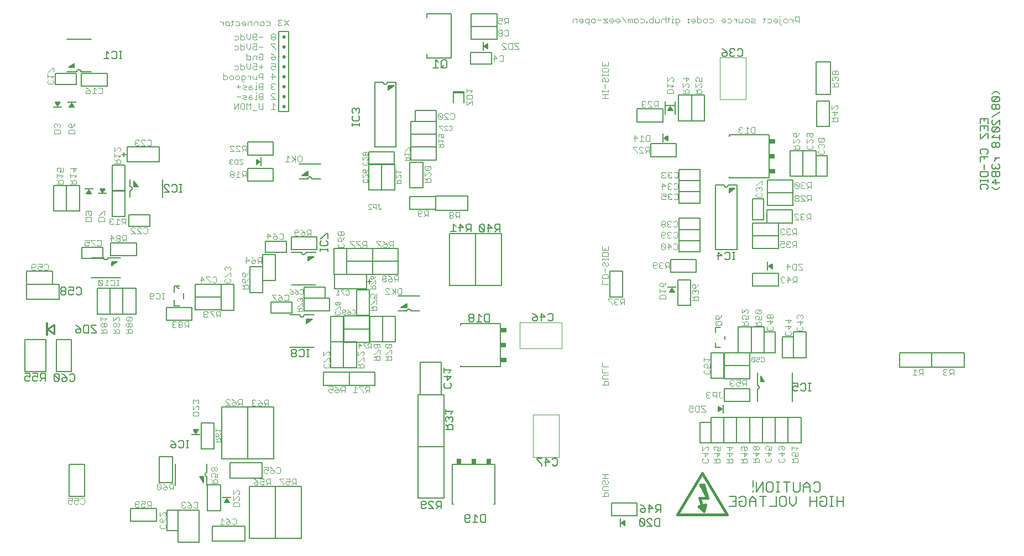
<source format=gbo>
G75*
G70*
%OFA0B0*%
%FSLAX24Y24*%
%IPPOS*%
%LPD*%
%AMOC8*
5,1,8,0,0,1.08239X$1,22.5*
%
%ADD10C,0.0040*%
%ADD11C,0.0050*%
%ADD12C,0.0160*%
%ADD13C,0.0070*%
%ADD14C,0.0100*%
%ADD15C,0.0060*%
%ADD16C,0.0030*%
%ADD17C,0.0080*%
%ADD18R,0.0327X0.0299*%
%ADD19R,0.0358X0.0299*%
%ADD20R,0.0079X0.0551*%
%ADD21R,0.0299X0.0327*%
%ADD22R,0.0299X0.0358*%
%ADD23R,0.0551X0.0079*%
%ADD24C,0.0020*%
%ADD25R,0.0620X0.0118*%
%ADD26R,0.0118X0.0827*%
D10*
X006221Y004730D02*
X006281Y004670D01*
X006401Y004670D01*
X006461Y004730D01*
X006461Y004850D02*
X006341Y004910D01*
X006281Y004910D01*
X006221Y004850D01*
X006221Y004730D01*
X006461Y004850D02*
X006461Y005030D01*
X006221Y005030D01*
X006589Y005030D02*
X006829Y005030D01*
X006829Y004850D01*
X006709Y004910D01*
X006649Y004910D01*
X006589Y004850D01*
X006589Y004730D01*
X006649Y004670D01*
X006769Y004670D01*
X006829Y004730D01*
X006957Y004730D02*
X007017Y004670D01*
X007137Y004670D01*
X007197Y004730D01*
X007197Y004970D01*
X007137Y005030D01*
X007017Y005030D01*
X006957Y004970D01*
X010246Y004770D02*
X010246Y004530D01*
X010306Y004470D01*
X010426Y004470D01*
X010486Y004530D01*
X010614Y004530D02*
X010674Y004470D01*
X010794Y004470D01*
X010854Y004530D01*
X010854Y004650D02*
X010734Y004710D01*
X010674Y004710D01*
X010614Y004650D01*
X010614Y004530D01*
X010486Y004710D02*
X010426Y004650D01*
X010246Y004650D01*
X010246Y004770D02*
X010306Y004830D01*
X010426Y004830D01*
X010486Y004770D01*
X010486Y004710D01*
X010614Y004830D02*
X010854Y004830D01*
X010854Y004650D01*
X010982Y004650D02*
X011042Y004590D01*
X011222Y004590D01*
X011102Y004590D02*
X010982Y004470D01*
X010982Y004650D02*
X010982Y004770D01*
X011042Y004830D01*
X011222Y004830D01*
X011222Y004470D01*
X011732Y004172D02*
X011732Y003932D01*
X011973Y004172D01*
X012033Y004172D01*
X012093Y004112D01*
X012093Y003992D01*
X012033Y003932D01*
X012093Y003804D02*
X012033Y003683D01*
X011913Y003563D01*
X011913Y003743D01*
X011853Y003804D01*
X011793Y003804D01*
X011732Y003743D01*
X011732Y003623D01*
X011793Y003563D01*
X011913Y003563D01*
X012033Y003435D02*
X012093Y003375D01*
X012093Y003255D01*
X012033Y003195D01*
X011793Y003195D01*
X011732Y003255D01*
X011732Y003375D01*
X011793Y003435D01*
X013046Y004480D02*
X013106Y004420D01*
X013226Y004420D01*
X013286Y004480D01*
X013414Y004480D02*
X013414Y004540D01*
X013474Y004600D01*
X013654Y004600D01*
X013654Y004480D01*
X013594Y004420D01*
X013474Y004420D01*
X013414Y004480D01*
X013534Y004720D02*
X013654Y004600D01*
X013534Y004720D02*
X013414Y004780D01*
X013286Y004720D02*
X013226Y004780D01*
X013106Y004780D01*
X013046Y004720D01*
X013046Y004660D01*
X013106Y004600D01*
X013046Y004540D01*
X013046Y004480D01*
X013106Y004600D02*
X013166Y004600D01*
X013782Y004480D02*
X013842Y004420D01*
X013962Y004420D01*
X014022Y004480D01*
X014022Y004720D01*
X013962Y004780D01*
X013842Y004780D01*
X013782Y004720D01*
X012542Y005520D02*
X012542Y005880D01*
X012362Y005880D01*
X012302Y005820D01*
X012302Y005700D01*
X012362Y005640D01*
X012542Y005640D01*
X012422Y005640D02*
X012302Y005520D01*
X012174Y005580D02*
X012114Y005520D01*
X011994Y005520D01*
X011934Y005580D01*
X011934Y005640D01*
X011994Y005700D01*
X012174Y005700D01*
X012174Y005580D01*
X012174Y005700D02*
X012054Y005820D01*
X011934Y005880D01*
X011806Y005820D02*
X011746Y005880D01*
X011626Y005880D01*
X011566Y005820D01*
X011806Y005580D01*
X011746Y005520D01*
X011626Y005520D01*
X011566Y005580D01*
X011566Y005820D01*
X011806Y005820D02*
X011806Y005580D01*
X014857Y005920D02*
X015218Y005920D01*
X015218Y006100D01*
X015158Y006160D01*
X015038Y006160D01*
X014978Y006100D01*
X014978Y005920D01*
X014978Y006040D02*
X014857Y006160D01*
X014918Y006288D02*
X014857Y006348D01*
X014857Y006468D01*
X014918Y006529D01*
X015038Y006529D01*
X015098Y006468D01*
X015098Y006408D01*
X015038Y006288D01*
X015218Y006288D01*
X015218Y006529D01*
X015158Y006657D02*
X015098Y006657D01*
X015038Y006717D01*
X015038Y006837D01*
X014978Y006897D01*
X014918Y006897D01*
X014857Y006837D01*
X014857Y006717D01*
X014918Y006657D01*
X014978Y006657D01*
X015038Y006717D01*
X015038Y006837D02*
X015098Y006897D01*
X015158Y006897D01*
X015218Y006837D01*
X015218Y006717D01*
X015158Y006657D01*
X016176Y005489D02*
X016176Y005249D01*
X016416Y005489D01*
X016476Y005489D01*
X016536Y005429D01*
X016536Y005309D01*
X016476Y005249D01*
X016476Y005120D02*
X016536Y005060D01*
X016536Y004940D01*
X016476Y004880D01*
X016476Y004752D02*
X016536Y004692D01*
X016536Y004512D01*
X016176Y004512D01*
X016176Y004692D01*
X016236Y004752D01*
X016476Y004752D01*
X016176Y004880D02*
X016416Y005120D01*
X016476Y005120D01*
X016176Y005120D02*
X016176Y004880D01*
X016167Y003780D02*
X016287Y003780D01*
X016347Y003720D01*
X016347Y003480D01*
X016287Y003420D01*
X016167Y003420D01*
X016107Y003480D01*
X015979Y003480D02*
X015919Y003420D01*
X015799Y003420D01*
X015739Y003480D01*
X015739Y003540D01*
X015799Y003600D01*
X015979Y003600D01*
X015979Y003480D01*
X015979Y003600D02*
X015859Y003720D01*
X015739Y003780D01*
X015611Y003660D02*
X015491Y003780D01*
X015491Y003420D01*
X015611Y003420D02*
X015371Y003420D01*
X016107Y003720D02*
X016167Y003780D01*
X017476Y005820D02*
X017416Y005880D01*
X017416Y005940D01*
X017476Y006000D01*
X017656Y006000D01*
X017656Y005880D01*
X017596Y005820D01*
X017476Y005820D01*
X017656Y006000D02*
X017536Y006120D01*
X017416Y006180D01*
X017784Y006180D02*
X018024Y006180D01*
X018024Y006000D01*
X017904Y006060D01*
X017844Y006060D01*
X017784Y006000D01*
X017784Y005880D01*
X017844Y005820D01*
X017964Y005820D01*
X018024Y005880D01*
X018152Y005820D02*
X018272Y005940D01*
X018212Y005940D02*
X018392Y005940D01*
X018392Y005820D02*
X018392Y006180D01*
X018212Y006180D01*
X018152Y006120D01*
X018152Y006000D01*
X018212Y005940D01*
X018966Y006120D02*
X019206Y005880D01*
X019206Y005820D01*
X019334Y005880D02*
X019394Y005820D01*
X019514Y005820D01*
X019574Y005880D01*
X019574Y006000D02*
X019454Y006060D01*
X019394Y006060D01*
X019334Y006000D01*
X019334Y005880D01*
X019574Y006000D02*
X019574Y006180D01*
X019334Y006180D01*
X019206Y006180D02*
X018966Y006180D01*
X018966Y006120D01*
X018937Y006520D02*
X018817Y006520D01*
X018757Y006580D01*
X018629Y006580D02*
X018569Y006520D01*
X018449Y006520D01*
X018389Y006580D01*
X018389Y006640D01*
X018449Y006700D01*
X018629Y006700D01*
X018629Y006580D01*
X018629Y006700D02*
X018509Y006820D01*
X018389Y006880D01*
X018261Y006880D02*
X018261Y006700D01*
X018141Y006760D01*
X018081Y006760D01*
X018021Y006700D01*
X018021Y006580D01*
X018081Y006520D01*
X018201Y006520D01*
X018261Y006580D01*
X018261Y006880D02*
X018021Y006880D01*
X018757Y006820D02*
X018817Y006880D01*
X018937Y006880D01*
X018997Y006820D01*
X018997Y006580D01*
X018937Y006520D01*
X019702Y006120D02*
X019702Y006000D01*
X019762Y005940D01*
X019942Y005940D01*
X019822Y005940D02*
X019702Y005820D01*
X019942Y005820D02*
X019942Y006180D01*
X019762Y006180D01*
X019702Y006120D01*
X014086Y009987D02*
X013726Y009987D01*
X013726Y010167D01*
X013786Y010227D01*
X014026Y010227D01*
X014086Y010167D01*
X014086Y009987D01*
X014026Y010355D02*
X014086Y010415D01*
X014086Y010535D01*
X014026Y010595D01*
X013966Y010595D01*
X013726Y010355D01*
X013726Y010595D01*
X013786Y010724D02*
X013726Y010784D01*
X013726Y010904D01*
X013786Y010964D01*
X013846Y010964D01*
X013906Y010904D01*
X013906Y010844D01*
X013906Y010904D02*
X013966Y010964D01*
X014026Y010964D01*
X014086Y010904D01*
X014086Y010784D01*
X014026Y010724D01*
X015721Y010620D02*
X015961Y010620D01*
X015721Y010860D01*
X015721Y010920D01*
X015781Y010980D01*
X015901Y010980D01*
X015961Y010920D01*
X016089Y010980D02*
X016209Y010920D01*
X016329Y010800D01*
X016149Y010800D01*
X016089Y010740D01*
X016089Y010680D01*
X016149Y010620D01*
X016269Y010620D01*
X016329Y010680D01*
X016329Y010800D01*
X016457Y010800D02*
X016517Y010740D01*
X016697Y010740D01*
X016577Y010740D02*
X016457Y010620D01*
X016457Y010800D02*
X016457Y010920D01*
X016517Y010980D01*
X016697Y010980D01*
X016697Y010620D01*
X017296Y010655D02*
X017356Y010595D01*
X017476Y010595D01*
X017536Y010655D01*
X017664Y010655D02*
X017664Y010715D01*
X017724Y010775D01*
X017904Y010775D01*
X017904Y010655D01*
X017844Y010595D01*
X017724Y010595D01*
X017664Y010655D01*
X017784Y010895D02*
X017904Y010775D01*
X018032Y010775D02*
X018092Y010715D01*
X018272Y010715D01*
X018152Y010715D02*
X018032Y010595D01*
X018032Y010775D02*
X018032Y010895D01*
X018092Y010955D01*
X018272Y010955D01*
X018272Y010595D01*
X017784Y010895D02*
X017664Y010955D01*
X017536Y010895D02*
X017476Y010955D01*
X017356Y010955D01*
X017296Y010895D01*
X017296Y010835D01*
X017356Y010775D01*
X017296Y010715D01*
X017296Y010655D01*
X017356Y010775D02*
X017416Y010775D01*
X021921Y011455D02*
X021981Y011395D01*
X022101Y011395D01*
X022161Y011455D01*
X022161Y011575D02*
X022041Y011635D01*
X021981Y011635D01*
X021921Y011575D01*
X021921Y011455D01*
X022161Y011575D02*
X022161Y011755D01*
X021921Y011755D01*
X022289Y011755D02*
X022409Y011695D01*
X022529Y011575D01*
X022349Y011575D01*
X022289Y011515D01*
X022289Y011455D01*
X022349Y011395D01*
X022469Y011395D01*
X022529Y011455D01*
X022529Y011575D01*
X022657Y011575D02*
X022717Y011515D01*
X022897Y011515D01*
X022777Y011515D02*
X022657Y011395D01*
X022657Y011575D02*
X022657Y011695D01*
X022717Y011755D01*
X022897Y011755D01*
X022897Y011395D01*
X023391Y011395D02*
X023631Y011395D01*
X023511Y011395D02*
X023511Y011755D01*
X023631Y011635D01*
X023759Y011695D02*
X023999Y011455D01*
X023999Y011395D01*
X024127Y011395D02*
X024247Y011515D01*
X024187Y011515D02*
X024367Y011515D01*
X024367Y011395D02*
X024367Y011755D01*
X024187Y011755D01*
X024127Y011695D01*
X024127Y011575D01*
X024187Y011515D01*
X023999Y011755D02*
X023759Y011755D01*
X023759Y011695D01*
X023803Y012895D02*
X023803Y013075D01*
X023863Y013135D01*
X023983Y013135D01*
X024043Y013075D01*
X024043Y012895D01*
X023682Y012895D01*
X023803Y013015D02*
X023682Y013135D01*
X023682Y013263D02*
X023743Y013263D01*
X023983Y013504D01*
X024043Y013504D01*
X024043Y013263D01*
X023983Y013632D02*
X024043Y013692D01*
X024043Y013812D01*
X023983Y013872D01*
X023923Y013872D01*
X023682Y013632D01*
X023682Y013872D01*
X024657Y013733D02*
X024718Y013733D01*
X024958Y013974D01*
X025018Y013974D01*
X025018Y013733D01*
X024958Y013605D02*
X024838Y013605D01*
X024778Y013545D01*
X024778Y013365D01*
X024778Y013485D02*
X024657Y013605D01*
X024657Y013365D02*
X025018Y013365D01*
X025018Y013545D01*
X024958Y013605D01*
X025357Y013605D02*
X025478Y013485D01*
X025478Y013545D02*
X025478Y013365D01*
X025357Y013365D02*
X025718Y013365D01*
X025718Y013545D01*
X025658Y013605D01*
X025538Y013605D01*
X025478Y013545D01*
X025418Y013733D02*
X025357Y013733D01*
X025418Y013733D02*
X025658Y013974D01*
X025718Y013974D01*
X025718Y013733D01*
X025658Y014102D02*
X025718Y014162D01*
X025718Y014282D01*
X025658Y014342D01*
X025418Y014102D01*
X025357Y014162D01*
X025357Y014282D01*
X025418Y014342D01*
X025658Y014342D01*
X025658Y014102D02*
X025418Y014102D01*
X025018Y014162D02*
X025018Y014282D01*
X024958Y014342D01*
X024898Y014342D01*
X024838Y014282D01*
X024838Y014162D01*
X024898Y014102D01*
X024958Y014102D01*
X025018Y014162D01*
X024838Y014162D02*
X024778Y014102D01*
X024718Y014102D01*
X024657Y014162D01*
X024657Y014282D01*
X024718Y014342D01*
X024778Y014342D01*
X024838Y014282D01*
X021968Y013812D02*
X021968Y013692D01*
X021908Y013632D01*
X021908Y013504D02*
X021668Y013263D01*
X021607Y013263D01*
X021668Y013135D02*
X021607Y013075D01*
X021607Y012955D01*
X021668Y012895D01*
X021908Y012895D01*
X021968Y012955D01*
X021968Y013075D01*
X021908Y013135D01*
X021968Y013263D02*
X021968Y013504D01*
X021908Y013504D01*
X021968Y013812D02*
X021908Y013872D01*
X021848Y013872D01*
X021607Y013632D01*
X021607Y013872D01*
X024457Y016370D02*
X024818Y016370D01*
X024818Y016550D01*
X024758Y016610D01*
X024638Y016610D01*
X024578Y016550D01*
X024578Y016370D01*
X024578Y016490D02*
X024457Y016610D01*
X024457Y016738D02*
X024518Y016738D01*
X024758Y016979D01*
X024818Y016979D01*
X024818Y016738D01*
X024818Y017107D02*
X024638Y017107D01*
X024698Y017227D01*
X024698Y017287D01*
X024638Y017347D01*
X024518Y017347D01*
X024457Y017287D01*
X024457Y017167D01*
X024518Y017107D01*
X024818Y017107D02*
X024818Y017347D01*
X025346Y017320D02*
X025586Y017320D01*
X025346Y017560D01*
X025346Y017620D01*
X025406Y017680D01*
X025526Y017680D01*
X025586Y017620D01*
X025714Y017680D02*
X025954Y017440D01*
X025894Y017500D02*
X025714Y017320D01*
X025954Y017320D02*
X025954Y017680D01*
X026082Y017620D02*
X026082Y017380D01*
X026142Y017320D01*
X026262Y017320D01*
X026322Y017380D01*
X026322Y017620D01*
X026262Y017680D01*
X026142Y017680D01*
X026082Y017620D01*
X026122Y018095D02*
X026122Y018455D01*
X025942Y018455D01*
X025882Y018395D01*
X025882Y018275D01*
X025942Y018215D01*
X026122Y018215D01*
X026002Y018215D02*
X025882Y018095D01*
X025754Y018155D02*
X025694Y018095D01*
X025574Y018095D01*
X025514Y018155D01*
X025514Y018215D01*
X025574Y018275D01*
X025754Y018275D01*
X025754Y018155D01*
X025754Y018275D02*
X025634Y018395D01*
X025514Y018455D01*
X025386Y018395D02*
X025386Y018335D01*
X025326Y018275D01*
X025206Y018275D01*
X025146Y018215D01*
X025146Y018155D01*
X025206Y018095D01*
X025326Y018095D01*
X025386Y018155D01*
X025386Y018215D01*
X025326Y018275D01*
X025206Y018275D02*
X025146Y018335D01*
X025146Y018395D01*
X025206Y018455D01*
X025326Y018455D01*
X025386Y018395D01*
X025369Y020170D02*
X025249Y020170D01*
X025189Y020230D01*
X025189Y020290D01*
X025249Y020350D01*
X025429Y020350D01*
X025429Y020230D01*
X025369Y020170D01*
X025557Y020170D02*
X025677Y020290D01*
X025617Y020290D02*
X025797Y020290D01*
X025797Y020170D02*
X025797Y020530D01*
X025617Y020530D01*
X025557Y020470D01*
X025557Y020350D01*
X025617Y020290D01*
X025429Y020350D02*
X025309Y020470D01*
X025189Y020530D01*
X025061Y020530D02*
X024821Y020530D01*
X024821Y020470D01*
X025061Y020230D01*
X025061Y020170D01*
X024197Y020170D02*
X024197Y020530D01*
X024017Y020530D01*
X023957Y020470D01*
X023957Y020350D01*
X024017Y020290D01*
X024197Y020290D01*
X024077Y020290D02*
X023957Y020170D01*
X023829Y020170D02*
X023829Y020230D01*
X023589Y020470D01*
X023589Y020530D01*
X023829Y020530D01*
X023461Y020530D02*
X023221Y020530D01*
X023221Y020470D01*
X023461Y020230D01*
X023461Y020170D01*
X022843Y020205D02*
X022783Y020145D01*
X022543Y020145D01*
X022482Y020205D01*
X022482Y020325D01*
X022543Y020385D01*
X022543Y020513D02*
X022482Y020573D01*
X022482Y020693D01*
X022543Y020754D01*
X022603Y020754D01*
X022663Y020693D01*
X022663Y020513D01*
X022543Y020513D01*
X022663Y020513D02*
X022783Y020633D01*
X022843Y020754D01*
X022783Y020882D02*
X022723Y020882D01*
X022663Y020942D01*
X022663Y021062D01*
X022603Y021122D01*
X022543Y021122D01*
X022482Y021062D01*
X022482Y020942D01*
X022543Y020882D01*
X022603Y020882D01*
X022663Y020942D01*
X022663Y021062D02*
X022723Y021122D01*
X022783Y021122D01*
X022843Y021062D01*
X022843Y020942D01*
X022783Y020882D01*
X022783Y020385D02*
X022843Y020325D01*
X022843Y020205D01*
X020842Y020870D02*
X020842Y021230D01*
X020662Y021230D01*
X020602Y021170D01*
X020602Y021050D01*
X020662Y020990D01*
X020842Y020990D01*
X020722Y020990D02*
X020602Y020870D01*
X020474Y020930D02*
X020414Y020870D01*
X020294Y020870D01*
X020234Y020930D01*
X020234Y020990D01*
X020294Y021050D01*
X020474Y021050D01*
X020474Y020930D01*
X020474Y021050D02*
X020354Y021170D01*
X020234Y021230D01*
X020106Y021170D02*
X020046Y021230D01*
X019926Y021230D01*
X019866Y021170D01*
X019866Y020930D01*
X019926Y020870D01*
X020046Y020870D01*
X020106Y020930D01*
X020046Y021050D02*
X019866Y021050D01*
X020046Y021050D02*
X020106Y021110D01*
X020106Y021170D01*
X019167Y020945D02*
X019167Y020705D01*
X019107Y020645D01*
X018987Y020645D01*
X018927Y020705D01*
X018799Y020705D02*
X018739Y020645D01*
X018619Y020645D01*
X018559Y020705D01*
X018559Y020765D01*
X018619Y020825D01*
X018799Y020825D01*
X018799Y020705D01*
X018799Y020825D02*
X018679Y020945D01*
X018559Y021005D01*
X018431Y020825D02*
X018191Y020825D01*
X018251Y020645D02*
X018251Y021005D01*
X018431Y020825D01*
X018927Y020945D02*
X018987Y021005D01*
X019107Y021005D01*
X019167Y020945D01*
X017872Y019555D02*
X017692Y019555D01*
X017632Y019495D01*
X017632Y019375D01*
X017692Y019315D01*
X017872Y019315D01*
X017752Y019315D02*
X017632Y019195D01*
X017504Y019255D02*
X017444Y019195D01*
X017324Y019195D01*
X017264Y019255D01*
X017264Y019315D01*
X017324Y019375D01*
X017504Y019375D01*
X017504Y019255D01*
X017504Y019375D02*
X017384Y019495D01*
X017264Y019555D01*
X017136Y019375D02*
X016896Y019375D01*
X016956Y019195D02*
X016956Y019555D01*
X017136Y019375D01*
X016018Y018937D02*
X015958Y018997D01*
X015898Y018997D01*
X015838Y018937D01*
X015778Y018997D01*
X015718Y018997D01*
X015657Y018937D01*
X015657Y018817D01*
X015718Y018757D01*
X015838Y018877D02*
X015838Y018937D01*
X016018Y018937D02*
X016018Y018817D01*
X015958Y018757D01*
X015958Y018629D02*
X015718Y018388D01*
X015657Y018388D01*
X015718Y018260D02*
X015657Y018200D01*
X015657Y018080D01*
X015718Y018020D01*
X015958Y018020D01*
X016018Y018080D01*
X016018Y018200D01*
X015958Y018260D01*
X016018Y018388D02*
X016018Y018629D01*
X015958Y018629D01*
X016707Y018582D02*
X016707Y018462D01*
X016768Y018402D01*
X016888Y018402D01*
X016888Y018582D01*
X016828Y018642D01*
X016768Y018642D01*
X016707Y018582D01*
X016888Y018402D02*
X017008Y018522D01*
X017068Y018642D01*
X017068Y018274D02*
X017008Y018153D01*
X016888Y018033D01*
X016888Y018214D01*
X016828Y018274D01*
X016768Y018274D01*
X016707Y018214D01*
X016707Y018093D01*
X016768Y018033D01*
X016888Y018033D01*
X016888Y017905D02*
X016828Y017845D01*
X016828Y017665D01*
X016828Y017785D02*
X016707Y017905D01*
X016888Y017905D02*
X017008Y017905D01*
X017068Y017845D01*
X017068Y017665D01*
X016707Y017665D01*
X015147Y018080D02*
X015087Y018020D01*
X014967Y018020D01*
X014907Y018080D01*
X014779Y018080D02*
X014779Y018020D01*
X014779Y018080D02*
X014539Y018320D01*
X014539Y018380D01*
X014779Y018380D01*
X014907Y018320D02*
X014967Y018380D01*
X015087Y018380D01*
X015147Y018320D01*
X015147Y018080D01*
X014411Y018200D02*
X014171Y018200D01*
X014231Y018020D02*
X014231Y018380D01*
X014411Y018200D01*
X012002Y017405D02*
X011882Y017405D01*
X011942Y017405D02*
X011942Y017045D01*
X012002Y017045D02*
X011882Y017045D01*
X011757Y017105D02*
X011697Y017045D01*
X011577Y017045D01*
X011517Y017105D01*
X011389Y017105D02*
X011329Y017045D01*
X011208Y017045D01*
X011148Y017105D01*
X011148Y017345D01*
X011208Y017405D01*
X011329Y017405D01*
X011389Y017345D01*
X011389Y017285D01*
X011329Y017225D01*
X011148Y017225D01*
X011517Y017345D02*
X011577Y017405D01*
X011697Y017405D01*
X011757Y017345D01*
X011757Y017105D01*
X010068Y015907D02*
X010008Y015967D01*
X009768Y015727D01*
X009707Y015787D01*
X009707Y015907D01*
X009768Y015967D01*
X010008Y015967D01*
X010068Y015907D02*
X010068Y015787D01*
X010008Y015727D01*
X009768Y015727D01*
X009768Y015599D02*
X009707Y015539D01*
X009707Y015418D01*
X009768Y015358D01*
X009828Y015358D01*
X009888Y015418D01*
X009888Y015539D01*
X009828Y015599D01*
X009768Y015599D01*
X009888Y015539D02*
X009948Y015599D01*
X010008Y015599D01*
X010068Y015539D01*
X010068Y015418D01*
X010008Y015358D01*
X009948Y015358D01*
X009888Y015418D01*
X009888Y015230D02*
X009828Y015170D01*
X009828Y014990D01*
X009828Y015110D02*
X009707Y015230D01*
X009888Y015230D02*
X010008Y015230D01*
X010068Y015170D01*
X010068Y014990D01*
X009707Y014990D01*
X009318Y014990D02*
X009318Y015170D01*
X009258Y015230D01*
X009138Y015230D01*
X009078Y015170D01*
X009078Y014990D01*
X009078Y015110D02*
X008957Y015230D01*
X009018Y015358D02*
X009078Y015358D01*
X009138Y015418D01*
X009138Y015539D01*
X009078Y015599D01*
X009018Y015599D01*
X008957Y015539D01*
X008957Y015418D01*
X009018Y015358D01*
X009138Y015418D02*
X009198Y015358D01*
X009258Y015358D01*
X009318Y015418D01*
X009318Y015539D01*
X009258Y015599D01*
X009198Y015599D01*
X009138Y015539D01*
X009258Y015727D02*
X009318Y015787D01*
X009318Y015907D01*
X009258Y015967D01*
X009198Y015967D01*
X008957Y015727D01*
X008957Y015967D01*
X008543Y015847D02*
X008182Y015847D01*
X008182Y015727D02*
X008182Y015967D01*
X008423Y015727D02*
X008543Y015847D01*
X008483Y015599D02*
X008423Y015599D01*
X008363Y015539D01*
X008363Y015418D01*
X008423Y015358D01*
X008483Y015358D01*
X008543Y015418D01*
X008543Y015539D01*
X008483Y015599D01*
X008363Y015539D02*
X008303Y015599D01*
X008243Y015599D01*
X008182Y015539D01*
X008182Y015418D01*
X008243Y015358D01*
X008303Y015358D01*
X008363Y015418D01*
X008363Y015230D02*
X008303Y015170D01*
X008303Y014990D01*
X008303Y015110D02*
X008182Y015230D01*
X008363Y015230D02*
X008483Y015230D01*
X008543Y015170D01*
X008543Y014990D01*
X008182Y014990D01*
X008957Y014990D02*
X009318Y014990D01*
X012496Y015380D02*
X012556Y015320D01*
X012676Y015320D01*
X012736Y015380D01*
X012864Y015380D02*
X012924Y015320D01*
X013044Y015320D01*
X013104Y015380D01*
X013104Y015440D01*
X013044Y015500D01*
X012924Y015500D01*
X012864Y015440D01*
X012864Y015380D01*
X012924Y015500D02*
X012864Y015560D01*
X012864Y015620D01*
X012924Y015680D01*
X013044Y015680D01*
X013104Y015620D01*
X013104Y015560D01*
X013044Y015500D01*
X013232Y015500D02*
X013292Y015440D01*
X013472Y015440D01*
X013352Y015440D02*
X013232Y015320D01*
X013232Y015500D02*
X013232Y015620D01*
X013292Y015680D01*
X013472Y015680D01*
X013472Y015320D01*
X012736Y015620D02*
X012676Y015680D01*
X012556Y015680D01*
X012496Y015620D01*
X012496Y015560D01*
X012556Y015500D01*
X012496Y015440D01*
X012496Y015380D01*
X012556Y015500D02*
X012616Y015500D01*
X014391Y016005D02*
X014391Y016245D01*
X014451Y016305D01*
X014571Y016305D01*
X014631Y016245D01*
X014631Y016185D01*
X014571Y016125D01*
X014391Y016125D01*
X014391Y016005D02*
X014451Y015945D01*
X014571Y015945D01*
X014631Y016005D01*
X014759Y016245D02*
X014999Y016005D01*
X014999Y015945D01*
X015127Y015945D02*
X015247Y016065D01*
X015187Y016065D02*
X015367Y016065D01*
X015367Y015945D02*
X015367Y016305D01*
X015187Y016305D01*
X015127Y016245D01*
X015127Y016125D01*
X015187Y016065D01*
X014999Y016305D02*
X014759Y016305D01*
X014759Y016245D01*
X018516Y017245D02*
X018756Y017005D01*
X018756Y016945D01*
X018884Y017005D02*
X018884Y017065D01*
X018944Y017125D01*
X019124Y017125D01*
X019124Y017005D01*
X019064Y016945D01*
X018944Y016945D01*
X018884Y017005D01*
X019004Y017245D02*
X019124Y017125D01*
X019004Y017245D02*
X018884Y017305D01*
X018756Y017305D02*
X018516Y017305D01*
X018516Y017245D01*
X019252Y017245D02*
X019312Y017305D01*
X019432Y017305D01*
X019492Y017245D01*
X019492Y017005D01*
X019432Y016945D01*
X019312Y016945D01*
X019252Y017005D01*
X017872Y019195D02*
X017872Y019555D01*
X010997Y021055D02*
X010937Y020995D01*
X010817Y020995D01*
X010757Y021055D01*
X010629Y020995D02*
X010389Y021235D01*
X010389Y021295D01*
X010449Y021355D01*
X010569Y021355D01*
X010629Y021295D01*
X010757Y021295D02*
X010817Y021355D01*
X010937Y021355D01*
X010997Y021295D01*
X010997Y021055D01*
X010629Y020995D02*
X010389Y020995D01*
X010261Y020995D02*
X010021Y021235D01*
X010021Y021295D01*
X010081Y021355D01*
X010201Y021355D01*
X010261Y021295D01*
X010261Y020995D02*
X010021Y020995D01*
X009722Y020880D02*
X009542Y020880D01*
X009482Y020820D01*
X009482Y020700D01*
X009542Y020640D01*
X009722Y020640D01*
X009602Y020640D02*
X009482Y020520D01*
X009354Y020580D02*
X009354Y020640D01*
X009294Y020700D01*
X009174Y020700D01*
X009114Y020640D01*
X009114Y020580D01*
X009174Y020520D01*
X009294Y020520D01*
X009354Y020580D01*
X009294Y020700D02*
X009354Y020760D01*
X009354Y020820D01*
X009294Y020880D01*
X009174Y020880D01*
X009114Y020820D01*
X009114Y020760D01*
X009174Y020700D01*
X008986Y020700D02*
X008746Y020700D01*
X008806Y020520D02*
X008806Y020880D01*
X008986Y020700D01*
X009722Y020520D02*
X009722Y020880D01*
X009672Y021545D02*
X009672Y021905D01*
X009492Y021905D01*
X009432Y021845D01*
X009432Y021725D01*
X009492Y021665D01*
X009672Y021665D01*
X009552Y021665D02*
X009432Y021545D01*
X009304Y021545D02*
X009064Y021545D01*
X009184Y021545D02*
X009184Y021905D01*
X009304Y021785D01*
X008936Y021845D02*
X008876Y021905D01*
X008756Y021905D01*
X008696Y021845D01*
X008696Y021785D01*
X008756Y021725D01*
X008696Y021665D01*
X008696Y021605D01*
X008756Y021545D01*
X008876Y021545D01*
X008936Y021605D01*
X008816Y021725D02*
X008756Y021725D01*
X008399Y021741D02*
X008399Y021922D01*
X008339Y021982D01*
X008099Y021982D01*
X008039Y021922D01*
X008039Y021741D01*
X008399Y021741D01*
X008399Y022110D02*
X008399Y022350D01*
X008339Y022350D01*
X008099Y022110D01*
X008039Y022110D01*
X007624Y022170D02*
X007564Y022110D01*
X007504Y022110D01*
X007444Y022170D01*
X007444Y022350D01*
X007564Y022350D02*
X007624Y022290D01*
X007624Y022170D01*
X007564Y022350D02*
X007324Y022350D01*
X007264Y022290D01*
X007264Y022170D01*
X007324Y022110D01*
X007324Y021982D02*
X007564Y021982D01*
X007624Y021922D01*
X007624Y021741D01*
X007264Y021741D01*
X007264Y021922D01*
X007324Y021982D01*
X007221Y020605D02*
X007461Y020605D01*
X007461Y020425D01*
X007341Y020485D01*
X007281Y020485D01*
X007221Y020425D01*
X007221Y020305D01*
X007281Y020245D01*
X007401Y020245D01*
X007461Y020305D01*
X007589Y020545D02*
X007829Y020305D01*
X007829Y020245D01*
X007957Y020305D02*
X008017Y020245D01*
X008137Y020245D01*
X008197Y020305D01*
X008197Y020545D01*
X008137Y020605D01*
X008017Y020605D01*
X007957Y020545D01*
X007829Y020605D02*
X007589Y020605D01*
X007589Y020545D01*
X004997Y019095D02*
X004997Y018855D01*
X004937Y018795D01*
X004817Y018795D01*
X004757Y018855D01*
X004629Y018855D02*
X004569Y018795D01*
X004449Y018795D01*
X004389Y018855D01*
X004389Y018975D01*
X004449Y019035D01*
X004509Y019035D01*
X004629Y018975D01*
X004629Y019155D01*
X004389Y019155D01*
X004261Y019095D02*
X004261Y019035D01*
X004201Y018975D01*
X004021Y018975D01*
X004021Y018855D02*
X004021Y019095D01*
X004081Y019155D01*
X004201Y019155D01*
X004261Y019095D01*
X004261Y018855D02*
X004201Y018795D01*
X004081Y018795D01*
X004021Y018855D01*
X004757Y019095D02*
X004817Y019155D01*
X004937Y019155D01*
X004997Y019095D01*
X008045Y018145D02*
X008285Y017905D01*
X008225Y017845D01*
X008105Y017845D01*
X008045Y017905D01*
X008045Y018145D01*
X008105Y018205D01*
X008225Y018205D01*
X008285Y018145D01*
X008285Y017905D01*
X008413Y017845D02*
X008654Y017845D01*
X008534Y017845D02*
X008534Y018205D01*
X008654Y018085D01*
X008782Y018145D02*
X008842Y018205D01*
X008962Y018205D01*
X009022Y018145D01*
X009022Y017905D01*
X008962Y017845D01*
X008842Y017845D01*
X008782Y017905D01*
X009147Y017845D02*
X009267Y017845D01*
X009207Y017845D02*
X009207Y018205D01*
X009267Y018205D02*
X009147Y018205D01*
X006718Y023995D02*
X006718Y024175D01*
X006658Y024235D01*
X006538Y024235D01*
X006478Y024175D01*
X006478Y023995D01*
X006478Y024115D02*
X006357Y024235D01*
X006357Y024363D02*
X006357Y024604D01*
X006357Y024483D02*
X006718Y024483D01*
X006598Y024363D01*
X006538Y024732D02*
X006538Y024972D01*
X006718Y024912D02*
X006538Y024732D01*
X006718Y024912D02*
X006357Y024912D01*
X005893Y024972D02*
X005893Y024732D01*
X005713Y024732D01*
X005773Y024852D01*
X005773Y024912D01*
X005713Y024972D01*
X005593Y024972D01*
X005532Y024912D01*
X005532Y024792D01*
X005593Y024732D01*
X005532Y024604D02*
X005532Y024363D01*
X005532Y024483D02*
X005893Y024483D01*
X005773Y024363D01*
X005833Y024235D02*
X005713Y024235D01*
X005653Y024175D01*
X005653Y023995D01*
X005653Y024115D02*
X005532Y024235D01*
X005532Y023995D02*
X005893Y023995D01*
X005893Y024175D01*
X005833Y024235D01*
X006357Y023995D02*
X006718Y023995D01*
X009007Y025220D02*
X009368Y025220D01*
X009368Y025400D01*
X009308Y025460D01*
X009188Y025460D01*
X009128Y025400D01*
X009128Y025220D01*
X009128Y025340D02*
X009007Y025460D01*
X009007Y025588D02*
X009007Y025829D01*
X009007Y025708D02*
X009368Y025708D01*
X009248Y025588D01*
X009308Y025957D02*
X009368Y026017D01*
X009368Y026137D01*
X009308Y026197D01*
X009248Y026197D01*
X009007Y025957D01*
X009007Y026197D01*
X010246Y026355D02*
X010306Y026295D01*
X010426Y026295D01*
X010486Y026355D01*
X010614Y026295D02*
X010854Y026295D01*
X010614Y026535D01*
X010614Y026595D01*
X010674Y026655D01*
X010794Y026655D01*
X010854Y026595D01*
X010982Y026595D02*
X011042Y026655D01*
X011162Y026655D01*
X011222Y026595D01*
X011222Y026355D01*
X011162Y026295D01*
X011042Y026295D01*
X010982Y026355D01*
X010486Y026595D02*
X010426Y026655D01*
X010306Y026655D01*
X010246Y026595D01*
X010246Y026535D01*
X010306Y026475D01*
X010246Y026415D01*
X010246Y026355D01*
X010306Y026475D02*
X010366Y026475D01*
X006599Y027016D02*
X006599Y027197D01*
X006539Y027257D01*
X006299Y027257D01*
X006239Y027197D01*
X006239Y027016D01*
X006599Y027016D01*
X006419Y027385D02*
X006299Y027385D01*
X006239Y027445D01*
X006239Y027565D01*
X006299Y027625D01*
X006359Y027625D01*
X006419Y027565D01*
X006419Y027385D01*
X006539Y027505D01*
X006599Y027625D01*
X005749Y027565D02*
X005689Y027625D01*
X005629Y027625D01*
X005569Y027565D01*
X005509Y027625D01*
X005449Y027625D01*
X005389Y027565D01*
X005389Y027445D01*
X005449Y027385D01*
X005449Y027257D02*
X005689Y027257D01*
X005749Y027197D01*
X005749Y027016D01*
X005389Y027016D01*
X005389Y027197D01*
X005449Y027257D01*
X005689Y027385D02*
X005749Y027445D01*
X005749Y027565D01*
X005569Y027565D02*
X005569Y027505D01*
X007351Y029445D02*
X007291Y029505D01*
X007291Y029565D01*
X007351Y029625D01*
X007531Y029625D01*
X007531Y029505D01*
X007471Y029445D01*
X007351Y029445D01*
X007531Y029625D02*
X007411Y029745D01*
X007291Y029805D01*
X007779Y029805D02*
X007779Y029445D01*
X007899Y029445D02*
X007659Y029445D01*
X007899Y029685D02*
X007779Y029805D01*
X008027Y029745D02*
X008087Y029805D01*
X008207Y029805D01*
X008267Y029745D01*
X008267Y029505D01*
X008207Y029445D01*
X008087Y029445D01*
X008027Y029505D01*
X005343Y030080D02*
X005283Y030020D01*
X005043Y030020D01*
X004982Y030080D01*
X004982Y030200D01*
X005043Y030260D01*
X004982Y030388D02*
X004982Y030629D01*
X004982Y030508D02*
X005343Y030508D01*
X005223Y030388D01*
X005283Y030260D02*
X005343Y030200D01*
X005343Y030080D01*
X005343Y030757D02*
X005343Y030997D01*
X005283Y030997D01*
X005043Y030757D01*
X004982Y030757D01*
X015567Y030655D02*
X015567Y030295D01*
X015747Y030295D01*
X015807Y030355D01*
X015807Y030475D01*
X015747Y030535D01*
X015567Y030535D01*
X015935Y030475D02*
X015995Y030535D01*
X016116Y030535D01*
X016176Y030475D01*
X016176Y030355D01*
X016116Y030295D01*
X015995Y030295D01*
X015935Y030355D01*
X015935Y030475D01*
X016304Y030475D02*
X016364Y030535D01*
X016484Y030535D01*
X016544Y030475D01*
X016544Y030355D01*
X016484Y030295D01*
X016364Y030295D01*
X016304Y030355D01*
X016304Y030475D01*
X016672Y030535D02*
X016672Y030235D01*
X016732Y030175D01*
X016792Y030175D01*
X016852Y030295D02*
X016672Y030295D01*
X016852Y030295D02*
X016912Y030355D01*
X016912Y030475D01*
X016852Y030535D01*
X016672Y030535D01*
X016611Y030895D02*
X016791Y030895D01*
X016851Y030955D01*
X016851Y031075D01*
X016791Y031135D01*
X016611Y031135D01*
X016611Y031255D02*
X016611Y030895D01*
X016483Y030955D02*
X016483Y031075D01*
X016423Y031135D01*
X016242Y031135D01*
X016242Y030895D02*
X016423Y030895D01*
X016483Y030955D01*
X016979Y031015D02*
X016979Y031255D01*
X016979Y031015D02*
X017099Y030895D01*
X017219Y031015D01*
X017219Y031255D01*
X017347Y031255D02*
X017588Y031255D01*
X017588Y031075D01*
X017467Y031135D01*
X017407Y031135D01*
X017347Y031075D01*
X017347Y030955D01*
X017407Y030895D01*
X017527Y030895D01*
X017588Y030955D01*
X017716Y031075D02*
X017956Y031075D01*
X017836Y031195D02*
X017836Y030955D01*
X017776Y030655D02*
X017716Y030595D01*
X017716Y030475D01*
X017776Y030415D01*
X017956Y030415D01*
X017956Y030295D02*
X017956Y030655D01*
X017776Y030655D01*
X017588Y030535D02*
X017588Y030355D01*
X017527Y030295D01*
X017467Y030355D01*
X017407Y030295D01*
X017347Y030355D01*
X017347Y030535D01*
X017219Y030535D02*
X017219Y030295D01*
X017219Y030415D02*
X017099Y030535D01*
X017039Y030535D01*
X017162Y029935D02*
X017102Y029875D01*
X017102Y029695D01*
X017282Y029695D01*
X017342Y029755D01*
X017282Y029815D01*
X017102Y029815D01*
X017162Y029935D02*
X017282Y029935D01*
X017527Y029935D02*
X017527Y029695D01*
X017467Y029695D02*
X017588Y029695D01*
X017716Y029755D02*
X017776Y029695D01*
X017956Y029695D01*
X017956Y030055D01*
X017776Y030055D01*
X017716Y029995D01*
X017716Y029935D01*
X017776Y029875D01*
X017956Y029875D01*
X017776Y029875D02*
X017716Y029815D01*
X017716Y029755D01*
X017588Y029935D02*
X017527Y029935D01*
X017527Y030055D02*
X017527Y030115D01*
X016974Y029875D02*
X016914Y029935D01*
X016733Y029935D01*
X016794Y029815D02*
X016914Y029815D01*
X016974Y029875D01*
X016974Y029695D02*
X016794Y029695D01*
X016733Y029755D01*
X016794Y029815D01*
X016605Y029875D02*
X016365Y029875D01*
X016485Y029995D02*
X016485Y029755D01*
X016733Y029335D02*
X016914Y029335D01*
X016974Y029275D01*
X016914Y029215D01*
X016794Y029215D01*
X016733Y029155D01*
X016794Y029095D01*
X016974Y029095D01*
X017102Y029095D02*
X017282Y029095D01*
X017342Y029155D01*
X017282Y029215D01*
X017102Y029215D01*
X017102Y029275D02*
X017102Y029095D01*
X017102Y029275D02*
X017162Y029335D01*
X017282Y029335D01*
X017527Y029335D02*
X017527Y029095D01*
X017467Y029095D02*
X017588Y029095D01*
X017716Y029155D02*
X017776Y029095D01*
X017956Y029095D01*
X017956Y029455D01*
X017776Y029455D01*
X017716Y029395D01*
X017716Y029335D01*
X017776Y029275D01*
X017956Y029275D01*
X017776Y029275D02*
X017716Y029215D01*
X017716Y029155D01*
X017588Y029335D02*
X017527Y029335D01*
X017527Y029455D02*
X017527Y029515D01*
X017716Y028855D02*
X017716Y028555D01*
X017776Y028495D01*
X017896Y028495D01*
X017956Y028555D01*
X017956Y028855D01*
X018452Y029095D02*
X018692Y029095D01*
X018452Y029335D01*
X018452Y029395D01*
X018512Y029455D01*
X018632Y029455D01*
X018692Y029395D01*
X018632Y029695D02*
X018692Y029755D01*
X018632Y029695D02*
X018512Y029695D01*
X018452Y029755D01*
X018452Y029815D01*
X018512Y029875D01*
X018572Y029875D01*
X018512Y029875D02*
X018452Y029935D01*
X018452Y029995D01*
X018512Y030055D01*
X018632Y030055D01*
X018692Y029995D01*
X018512Y030295D02*
X018512Y030655D01*
X018692Y030475D01*
X018452Y030475D01*
X018512Y030895D02*
X018632Y030895D01*
X018692Y030955D01*
X018692Y031075D02*
X018572Y031135D01*
X018512Y031135D01*
X018452Y031075D01*
X018452Y030955D01*
X018512Y030895D01*
X018692Y031075D02*
X018692Y031255D01*
X018452Y031255D01*
X018512Y031495D02*
X018452Y031555D01*
X018452Y031615D01*
X018512Y031675D01*
X018692Y031675D01*
X018692Y031555D01*
X018632Y031495D01*
X018512Y031495D01*
X018692Y031675D02*
X018572Y031795D01*
X018452Y031855D01*
X018692Y032095D02*
X018692Y032155D01*
X018452Y032395D01*
X018452Y032455D01*
X018692Y032455D01*
X018632Y032695D02*
X018692Y032755D01*
X018692Y032815D01*
X018632Y032875D01*
X018512Y032875D01*
X018452Y032815D01*
X018452Y032755D01*
X018512Y032695D01*
X018632Y032695D01*
X018632Y032875D02*
X018692Y032935D01*
X018692Y032995D01*
X018632Y033055D01*
X018512Y033055D01*
X018452Y032995D01*
X018452Y032935D01*
X018512Y032875D01*
X017956Y032875D02*
X017716Y032875D01*
X017588Y032935D02*
X017527Y032875D01*
X017347Y032875D01*
X017347Y032755D02*
X017347Y032995D01*
X017407Y033055D01*
X017527Y033055D01*
X017588Y032995D01*
X017588Y032935D01*
X017588Y032755D02*
X017527Y032695D01*
X017407Y032695D01*
X017347Y032755D01*
X017219Y032815D02*
X017099Y032695D01*
X016979Y032815D01*
X016979Y033055D01*
X016851Y032875D02*
X016791Y032935D01*
X016611Y032935D01*
X016611Y033055D02*
X016611Y032695D01*
X016791Y032695D01*
X016851Y032755D01*
X016851Y032875D01*
X016483Y032875D02*
X016483Y032755D01*
X016423Y032695D01*
X016242Y032695D01*
X016242Y032935D02*
X016423Y032935D01*
X016483Y032875D01*
X016611Y032455D02*
X016611Y032095D01*
X016791Y032095D01*
X016851Y032155D01*
X016851Y032275D01*
X016791Y032335D01*
X016611Y032335D01*
X016483Y032275D02*
X016483Y032155D01*
X016423Y032095D01*
X016242Y032095D01*
X016242Y032335D02*
X016423Y032335D01*
X016483Y032275D01*
X016979Y032215D02*
X017099Y032095D01*
X017219Y032215D01*
X017219Y032455D01*
X017347Y032455D02*
X017588Y032455D01*
X017588Y032275D01*
X017467Y032335D01*
X017407Y032335D01*
X017347Y032275D01*
X017347Y032155D01*
X017407Y032095D01*
X017527Y032095D01*
X017588Y032155D01*
X017716Y032275D02*
X017956Y032275D01*
X017896Y031855D02*
X017956Y031795D01*
X017956Y031555D01*
X017896Y031495D01*
X017776Y031495D01*
X017716Y031555D01*
X017716Y031675D01*
X017836Y031675D01*
X017716Y031795D02*
X017776Y031855D01*
X017896Y031855D01*
X017588Y031735D02*
X017407Y031735D01*
X017347Y031675D01*
X017347Y031495D01*
X017219Y031555D02*
X017219Y031675D01*
X017159Y031735D01*
X016979Y031735D01*
X016979Y031855D02*
X016979Y031495D01*
X017159Y031495D01*
X017219Y031555D01*
X017588Y031495D02*
X017588Y031735D01*
X016979Y032215D02*
X016979Y032455D01*
X017219Y032815D02*
X017219Y033055D01*
X017283Y033545D02*
X017283Y033785D01*
X017102Y033785D01*
X017042Y033725D01*
X017042Y033545D01*
X016914Y033605D02*
X016914Y033725D01*
X016854Y033785D01*
X016734Y033785D01*
X016674Y033725D01*
X016674Y033665D01*
X016914Y033665D01*
X016914Y033605D02*
X016854Y033545D01*
X016734Y033545D01*
X016546Y033605D02*
X016486Y033545D01*
X016306Y033545D01*
X016118Y033605D02*
X016058Y033545D01*
X016118Y033605D02*
X016118Y033845D01*
X016178Y033785D02*
X016058Y033785D01*
X015932Y033725D02*
X015932Y033605D01*
X015872Y033545D01*
X015752Y033545D01*
X015692Y033605D01*
X015692Y033725D01*
X015752Y033785D01*
X015872Y033785D01*
X015932Y033725D01*
X015564Y033665D02*
X015444Y033785D01*
X015384Y033785D01*
X015564Y033785D02*
X015564Y033545D01*
X016306Y033785D02*
X016486Y033785D01*
X016546Y033725D01*
X016546Y033605D01*
X017411Y033545D02*
X017411Y033725D01*
X017471Y033785D01*
X017651Y033785D01*
X017651Y033545D01*
X017779Y033605D02*
X017779Y033725D01*
X017839Y033785D01*
X017959Y033785D01*
X018019Y033725D01*
X018019Y033605D01*
X017959Y033545D01*
X017839Y033545D01*
X017779Y033605D01*
X018147Y033545D02*
X018327Y033545D01*
X018388Y033605D01*
X018388Y033725D01*
X018327Y033785D01*
X018147Y033785D01*
X018884Y033785D02*
X018944Y033725D01*
X018884Y033665D01*
X018884Y033605D01*
X018944Y033545D01*
X019064Y033545D01*
X019124Y033605D01*
X019252Y033545D02*
X019492Y033905D01*
X019252Y033905D02*
X019492Y033545D01*
X019124Y033845D02*
X019064Y033905D01*
X018944Y033905D01*
X018884Y033845D01*
X018884Y033785D01*
X018944Y033725D02*
X019004Y033725D01*
X016605Y029275D02*
X016365Y029275D01*
X016483Y028855D02*
X016242Y028495D01*
X016242Y028855D01*
X016483Y028855D02*
X016483Y028495D01*
X016611Y028555D02*
X016611Y028795D01*
X016671Y028855D01*
X016791Y028855D01*
X016851Y028795D01*
X016851Y028555D01*
X016791Y028495D01*
X016671Y028495D01*
X016611Y028555D01*
X016979Y028495D02*
X016979Y028855D01*
X017099Y028735D01*
X017219Y028855D01*
X017219Y028495D01*
X017347Y028435D02*
X017588Y028435D01*
X018452Y028495D02*
X018692Y028495D01*
X018572Y028495D02*
X018572Y028855D01*
X018692Y028735D01*
X016942Y026305D02*
X016762Y026305D01*
X016702Y026245D01*
X016702Y026125D01*
X016762Y026065D01*
X016942Y026065D01*
X016822Y026065D02*
X016702Y025945D01*
X016574Y025945D02*
X016334Y026185D01*
X016334Y026245D01*
X016394Y026305D01*
X016514Y026305D01*
X016574Y026245D01*
X016574Y025945D02*
X016334Y025945D01*
X016206Y025945D02*
X015966Y026185D01*
X015966Y026245D01*
X016026Y026305D01*
X016146Y026305D01*
X016206Y026245D01*
X016206Y025945D02*
X015966Y025945D01*
X016942Y025945D02*
X016942Y026305D01*
X016942Y024755D02*
X016762Y024755D01*
X016702Y024695D01*
X016702Y024575D01*
X016762Y024515D01*
X016942Y024515D01*
X016822Y024515D02*
X016702Y024395D01*
X016574Y024395D02*
X016334Y024395D01*
X016454Y024395D02*
X016454Y024755D01*
X016574Y024635D01*
X016206Y024635D02*
X016146Y024575D01*
X016026Y024575D01*
X015966Y024515D01*
X015966Y024455D01*
X016026Y024395D01*
X016146Y024395D01*
X016206Y024455D01*
X016206Y024515D01*
X016146Y024575D01*
X016206Y024635D02*
X016206Y024695D01*
X016146Y024755D01*
X016026Y024755D01*
X015966Y024695D01*
X015966Y024635D01*
X016026Y024575D01*
X016942Y024395D02*
X016942Y024755D01*
X019316Y025320D02*
X019556Y025320D01*
X019436Y025320D02*
X019436Y025680D01*
X019556Y025560D01*
X019684Y025680D02*
X019924Y025440D01*
X019864Y025500D02*
X019684Y025320D01*
X019924Y025320D02*
X019924Y025680D01*
X020052Y025620D02*
X020112Y025680D01*
X020232Y025680D01*
X020292Y025620D01*
X020292Y025380D01*
X020232Y025320D01*
X020112Y025320D01*
X020052Y025380D01*
X020052Y025620D01*
X027707Y025012D02*
X027707Y024892D01*
X027768Y024832D01*
X028008Y025072D01*
X027768Y025072D01*
X027707Y025012D01*
X027768Y024832D02*
X028008Y024832D01*
X028068Y024892D01*
X028068Y025012D01*
X028008Y025072D01*
X028008Y024704D02*
X028068Y024643D01*
X028068Y024523D01*
X028008Y024463D01*
X028008Y024335D02*
X027888Y024335D01*
X027828Y024275D01*
X027828Y024095D01*
X027828Y024215D02*
X027707Y024335D01*
X027707Y024463D02*
X027948Y024704D01*
X028008Y024704D01*
X027707Y024704D02*
X027707Y024463D01*
X028008Y024335D02*
X028068Y024275D01*
X028068Y024095D01*
X027707Y024095D01*
X027737Y022380D02*
X027677Y022320D01*
X027677Y022200D01*
X027737Y022140D01*
X027917Y022140D01*
X027797Y022140D02*
X027677Y022020D01*
X027549Y022080D02*
X027489Y022020D01*
X027369Y022020D01*
X027309Y022080D01*
X027309Y022320D01*
X027369Y022380D01*
X027489Y022380D01*
X027549Y022320D01*
X027549Y022260D01*
X027489Y022200D01*
X027309Y022200D01*
X027737Y022380D02*
X027917Y022380D01*
X027917Y022020D01*
X029196Y022040D02*
X029196Y021980D01*
X029256Y021920D01*
X029376Y021920D01*
X029436Y021980D01*
X029436Y022040D01*
X029376Y022100D01*
X029256Y022100D01*
X029196Y022040D01*
X029256Y022100D02*
X029196Y022160D01*
X029196Y022220D01*
X029256Y022280D01*
X029376Y022280D01*
X029436Y022220D01*
X029436Y022160D01*
X029376Y022100D01*
X029564Y022100D02*
X029624Y022040D01*
X029804Y022040D01*
X029804Y021920D02*
X029804Y022280D01*
X029624Y022280D01*
X029564Y022220D01*
X029564Y022100D01*
X029684Y022040D02*
X029564Y021920D01*
X038407Y020242D02*
X038407Y020002D01*
X038768Y020002D01*
X038768Y020242D01*
X038588Y020122D02*
X038588Y020002D01*
X038708Y019874D02*
X038768Y019814D01*
X038768Y019633D01*
X038407Y019633D01*
X038407Y019814D01*
X038468Y019874D01*
X038708Y019874D01*
X038768Y019508D02*
X038768Y019388D01*
X038768Y019448D02*
X038407Y019448D01*
X038407Y019388D02*
X038407Y019508D01*
X038468Y019260D02*
X038407Y019200D01*
X038407Y019080D01*
X038468Y019020D01*
X038588Y019080D02*
X038588Y019200D01*
X038528Y019260D01*
X038468Y019260D01*
X038588Y019080D02*
X038648Y019020D01*
X038708Y019020D01*
X038768Y019080D01*
X038768Y019200D01*
X038708Y019260D01*
X038588Y018891D02*
X038588Y018651D01*
X038708Y018523D02*
X038768Y018463D01*
X038768Y018343D01*
X038708Y018283D01*
X038468Y018283D01*
X038407Y018343D01*
X038407Y018463D01*
X038468Y018523D01*
X038708Y018523D01*
X038407Y018155D02*
X038407Y017915D01*
X038768Y017915D01*
X038766Y017055D02*
X038766Y016995D01*
X039006Y016755D01*
X039006Y016695D01*
X039134Y016755D02*
X039194Y016695D01*
X039314Y016695D01*
X039374Y016755D01*
X039502Y016695D02*
X039622Y016815D01*
X039562Y016815D02*
X039742Y016815D01*
X039742Y016695D02*
X039742Y017055D01*
X039562Y017055D01*
X039502Y016995D01*
X039502Y016875D01*
X039562Y016815D01*
X039374Y016995D02*
X039314Y017055D01*
X039194Y017055D01*
X039134Y016995D01*
X039134Y016935D01*
X039194Y016875D01*
X039134Y016815D01*
X039134Y016755D01*
X039194Y016875D02*
X039254Y016875D01*
X039006Y017055D02*
X038766Y017055D01*
X041889Y017048D02*
X041889Y017228D01*
X041949Y017288D01*
X042189Y017288D01*
X042249Y017228D01*
X042249Y017048D01*
X041889Y017048D01*
X041889Y017416D02*
X041889Y017657D01*
X041889Y017537D02*
X042249Y017537D01*
X042129Y017416D01*
X042069Y017785D02*
X042069Y017965D01*
X042009Y018025D01*
X041949Y018025D01*
X041889Y017965D01*
X041889Y017845D01*
X041949Y017785D01*
X042069Y017785D01*
X042189Y017905D01*
X042249Y018025D01*
X042202Y018895D02*
X042322Y019015D01*
X042262Y019015D02*
X042442Y019015D01*
X042442Y018895D02*
X042442Y019255D01*
X042262Y019255D01*
X042202Y019195D01*
X042202Y019075D01*
X042262Y019015D01*
X042074Y018955D02*
X042014Y018895D01*
X041894Y018895D01*
X041834Y018955D01*
X041834Y019015D01*
X041894Y019075D01*
X041954Y019075D01*
X041894Y019075D02*
X041834Y019135D01*
X041834Y019195D01*
X041894Y019255D01*
X042014Y019255D01*
X042074Y019195D01*
X041706Y019195D02*
X041706Y019135D01*
X041646Y019075D01*
X041466Y019075D01*
X041466Y018955D02*
X041466Y019195D01*
X041526Y019255D01*
X041646Y019255D01*
X041706Y019195D01*
X041706Y018955D02*
X041646Y018895D01*
X041526Y018895D01*
X041466Y018955D01*
X042026Y020020D02*
X042146Y020020D01*
X042206Y020080D01*
X041966Y020320D01*
X041966Y020080D01*
X042026Y020020D01*
X042206Y020080D02*
X042206Y020320D01*
X042146Y020380D01*
X042026Y020380D01*
X041966Y020320D01*
X042334Y020200D02*
X042574Y020200D01*
X042394Y020380D01*
X042394Y020020D01*
X042702Y020080D02*
X042762Y020020D01*
X042882Y020020D01*
X042942Y020080D01*
X042942Y020320D01*
X042882Y020380D01*
X042762Y020380D01*
X042702Y020320D01*
X042762Y020720D02*
X042702Y020780D01*
X042762Y020720D02*
X042882Y020720D01*
X042942Y020780D01*
X042942Y021020D01*
X042882Y021080D01*
X042762Y021080D01*
X042702Y021020D01*
X042574Y021020D02*
X042514Y021080D01*
X042394Y021080D01*
X042334Y021020D01*
X042334Y020960D01*
X042394Y020900D01*
X042334Y020840D01*
X042334Y020780D01*
X042394Y020720D01*
X042514Y020720D01*
X042574Y020780D01*
X042454Y020900D02*
X042394Y020900D01*
X042206Y020960D02*
X042146Y020900D01*
X041966Y020900D01*
X041966Y020780D02*
X041966Y021020D01*
X042026Y021080D01*
X042146Y021080D01*
X042206Y021020D01*
X042206Y020960D01*
X042206Y020780D02*
X042146Y020720D01*
X042026Y020720D01*
X041966Y020780D01*
X042026Y021395D02*
X042146Y021395D01*
X042206Y021455D01*
X042206Y021515D01*
X042146Y021575D01*
X042026Y021575D01*
X041966Y021515D01*
X041966Y021455D01*
X042026Y021395D01*
X042026Y021575D02*
X041966Y021635D01*
X041966Y021695D01*
X042026Y021755D01*
X042146Y021755D01*
X042206Y021695D01*
X042206Y021635D01*
X042146Y021575D01*
X042334Y021515D02*
X042334Y021455D01*
X042394Y021395D01*
X042514Y021395D01*
X042574Y021455D01*
X042702Y021455D02*
X042762Y021395D01*
X042882Y021395D01*
X042942Y021455D01*
X042942Y021695D01*
X042882Y021755D01*
X042762Y021755D01*
X042702Y021695D01*
X042574Y021695D02*
X042514Y021755D01*
X042394Y021755D01*
X042334Y021695D01*
X042334Y021635D01*
X042394Y021575D01*
X042334Y021515D01*
X042394Y021575D02*
X042454Y021575D01*
X042419Y023045D02*
X042539Y023045D01*
X042599Y023105D01*
X042727Y023105D02*
X042787Y023045D01*
X042907Y023045D01*
X042967Y023105D01*
X042967Y023345D01*
X042907Y023405D01*
X042787Y023405D01*
X042727Y023345D01*
X042599Y023345D02*
X042539Y023405D01*
X042419Y023405D01*
X042359Y023345D01*
X042359Y023285D01*
X042419Y023225D01*
X042359Y023165D01*
X042359Y023105D01*
X042419Y023045D01*
X042419Y023225D02*
X042479Y023225D01*
X042231Y023225D02*
X042111Y023285D01*
X042051Y023285D01*
X041991Y023225D01*
X041991Y023105D01*
X042051Y023045D01*
X042171Y023045D01*
X042231Y023105D01*
X042231Y023225D02*
X042231Y023405D01*
X041991Y023405D01*
X042051Y023670D02*
X042051Y024030D01*
X042231Y023850D01*
X041991Y023850D01*
X042359Y023790D02*
X042359Y023730D01*
X042419Y023670D01*
X042539Y023670D01*
X042599Y023730D01*
X042727Y023730D02*
X042787Y023670D01*
X042907Y023670D01*
X042967Y023730D01*
X042967Y023970D01*
X042907Y024030D01*
X042787Y024030D01*
X042727Y023970D01*
X042599Y023970D02*
X042539Y024030D01*
X042419Y024030D01*
X042359Y023970D01*
X042359Y023910D01*
X042419Y023850D01*
X042359Y023790D01*
X042419Y023850D02*
X042479Y023850D01*
X042419Y024345D02*
X042539Y024345D01*
X042599Y024405D01*
X042727Y024405D02*
X042787Y024345D01*
X042907Y024345D01*
X042967Y024405D01*
X042967Y024645D01*
X042907Y024705D01*
X042787Y024705D01*
X042727Y024645D01*
X042599Y024645D02*
X042539Y024705D01*
X042419Y024705D01*
X042359Y024645D01*
X042359Y024585D01*
X042419Y024525D01*
X042359Y024465D01*
X042359Y024405D01*
X042419Y024345D01*
X042419Y024525D02*
X042479Y024525D01*
X042231Y024405D02*
X042171Y024345D01*
X042051Y024345D01*
X041991Y024405D01*
X041991Y024465D01*
X042051Y024525D01*
X042111Y024525D01*
X042051Y024525D02*
X041991Y024585D01*
X041991Y024645D01*
X042051Y024705D01*
X042171Y024705D01*
X042231Y024645D01*
X041242Y025870D02*
X041242Y026230D01*
X041062Y026230D01*
X041002Y026170D01*
X041002Y026050D01*
X041062Y025990D01*
X041242Y025990D01*
X041122Y025990D02*
X041002Y025870D01*
X040874Y025870D02*
X040634Y026110D01*
X040634Y026170D01*
X040694Y026230D01*
X040814Y026230D01*
X040874Y026170D01*
X040874Y025870D02*
X040634Y025870D01*
X040506Y025870D02*
X040506Y025930D01*
X040266Y026170D01*
X040266Y026230D01*
X040506Y026230D01*
X040359Y026564D02*
X040359Y026924D01*
X040539Y026744D01*
X040299Y026744D01*
X040667Y026564D02*
X040907Y026564D01*
X040787Y026564D02*
X040787Y026924D01*
X040907Y026804D01*
X041035Y026864D02*
X041095Y026924D01*
X041276Y026924D01*
X041276Y026564D01*
X041095Y026564D01*
X041035Y026624D01*
X041035Y026864D01*
X040976Y028620D02*
X041036Y028680D01*
X040976Y028620D02*
X040856Y028620D01*
X040796Y028680D01*
X040796Y028740D01*
X040856Y028800D01*
X040916Y028800D01*
X040856Y028800D02*
X040796Y028860D01*
X040796Y028920D01*
X040856Y028980D01*
X040976Y028980D01*
X041036Y028920D01*
X041164Y028920D02*
X041224Y028980D01*
X041344Y028980D01*
X041404Y028920D01*
X041532Y028920D02*
X041532Y028800D01*
X041592Y028740D01*
X041772Y028740D01*
X041652Y028740D02*
X041532Y028620D01*
X041404Y028620D02*
X041164Y028860D01*
X041164Y028920D01*
X041164Y028620D02*
X041404Y028620D01*
X041532Y028920D02*
X041592Y028980D01*
X041772Y028980D01*
X041772Y028620D01*
X042332Y029445D02*
X042332Y029625D01*
X042393Y029685D01*
X042633Y029685D01*
X042693Y029625D01*
X042693Y029445D01*
X042332Y029445D01*
X042332Y029813D02*
X042332Y030054D01*
X042332Y029933D02*
X042693Y029933D01*
X042573Y029813D01*
X042633Y030182D02*
X042693Y030242D01*
X042693Y030362D01*
X042633Y030422D01*
X042573Y030422D01*
X042332Y030182D01*
X042332Y030422D01*
X043282Y030362D02*
X043643Y030362D01*
X043463Y030182D01*
X043463Y030422D01*
X043523Y030054D02*
X043583Y030054D01*
X043643Y029993D01*
X043643Y029873D01*
X043583Y029813D01*
X043583Y029685D02*
X043463Y029685D01*
X043403Y029625D01*
X043403Y029445D01*
X043403Y029565D02*
X043282Y029685D01*
X043282Y029813D02*
X043523Y030054D01*
X043282Y030054D02*
X043282Y029813D01*
X043583Y029685D02*
X043643Y029625D01*
X043643Y029445D01*
X043282Y029445D01*
X044032Y029445D02*
X044393Y029445D01*
X044393Y029625D01*
X044333Y029685D01*
X044213Y029685D01*
X044153Y029625D01*
X044153Y029445D01*
X044153Y029565D02*
X044032Y029685D01*
X044032Y029813D02*
X044273Y030054D01*
X044333Y030054D01*
X044393Y029993D01*
X044393Y029873D01*
X044333Y029813D01*
X044032Y029813D02*
X044032Y030054D01*
X044093Y030182D02*
X044032Y030242D01*
X044032Y030362D01*
X044093Y030422D01*
X044213Y030422D01*
X044273Y030362D01*
X044273Y030302D01*
X044213Y030182D01*
X044393Y030182D01*
X044393Y030422D01*
X042965Y033600D02*
X042905Y033600D01*
X042845Y033660D01*
X042845Y033960D01*
X043025Y033960D01*
X043085Y033900D01*
X043085Y033780D01*
X043025Y033720D01*
X042845Y033720D01*
X042717Y033720D02*
X042597Y033720D01*
X042657Y033720D02*
X042657Y033960D01*
X042717Y033960D01*
X042657Y034080D02*
X042657Y034140D01*
X042471Y033960D02*
X042351Y033960D01*
X042411Y034020D02*
X042411Y033780D01*
X042351Y033720D01*
X042226Y033720D02*
X042226Y034080D01*
X042166Y033960D02*
X042046Y033960D01*
X041986Y033900D01*
X041986Y033720D01*
X041858Y033780D02*
X041798Y033720D01*
X041617Y033720D01*
X041617Y033960D01*
X041489Y033960D02*
X041309Y033960D01*
X041249Y033900D01*
X041249Y033780D01*
X041309Y033720D01*
X041489Y033720D01*
X041489Y034080D01*
X041858Y033960D02*
X041858Y033780D01*
X042166Y033960D02*
X042226Y033900D01*
X041121Y033780D02*
X041061Y033780D01*
X041061Y033720D01*
X041121Y033720D01*
X041121Y033780D01*
X040937Y033780D02*
X040877Y033720D01*
X040697Y033720D01*
X040569Y033780D02*
X040508Y033720D01*
X040388Y033720D01*
X040328Y033780D01*
X040328Y033900D01*
X040388Y033960D01*
X040508Y033960D01*
X040569Y033900D01*
X040569Y033780D01*
X040697Y033960D02*
X040877Y033960D01*
X040937Y033900D01*
X040937Y033780D01*
X040200Y033720D02*
X040200Y033960D01*
X040140Y033960D01*
X040080Y033900D01*
X040020Y033960D01*
X039960Y033900D01*
X039960Y033720D01*
X040080Y033720D02*
X040080Y033900D01*
X039832Y033720D02*
X039592Y034080D01*
X039464Y033900D02*
X039404Y033960D01*
X039283Y033960D01*
X039223Y033900D01*
X039223Y033840D01*
X039464Y033840D01*
X039464Y033780D02*
X039464Y033900D01*
X039464Y033780D02*
X039404Y033720D01*
X039283Y033720D01*
X039095Y033780D02*
X039095Y033900D01*
X039035Y033960D01*
X038915Y033960D01*
X038855Y033900D01*
X038855Y033840D01*
X039095Y033840D01*
X039095Y033780D02*
X039035Y033720D01*
X038915Y033720D01*
X038727Y033720D02*
X038487Y033720D01*
X038359Y033900D02*
X038118Y033900D01*
X037990Y033900D02*
X037990Y033780D01*
X037930Y033720D01*
X037810Y033720D01*
X037750Y033780D01*
X037750Y033900D01*
X037810Y033960D01*
X037930Y033960D01*
X037990Y033900D01*
X037622Y033960D02*
X037442Y033960D01*
X037382Y033900D01*
X037382Y033780D01*
X037442Y033720D01*
X037622Y033720D01*
X037622Y033600D02*
X037622Y033960D01*
X037254Y033900D02*
X037194Y033960D01*
X037074Y033960D01*
X037013Y033900D01*
X037013Y033840D01*
X037254Y033840D01*
X037254Y033780D02*
X037254Y033900D01*
X037254Y033780D02*
X037194Y033720D01*
X037074Y033720D01*
X036885Y033720D02*
X036885Y033960D01*
X036705Y033960D01*
X036645Y033900D01*
X036645Y033720D01*
X038487Y033960D02*
X038727Y033720D01*
X038727Y033960D02*
X038487Y033960D01*
X038407Y031367D02*
X038407Y031127D01*
X038768Y031127D01*
X038768Y031367D01*
X038588Y031247D02*
X038588Y031127D01*
X038708Y030999D02*
X038768Y030939D01*
X038768Y030758D01*
X038407Y030758D01*
X038407Y030939D01*
X038468Y030999D01*
X038708Y030999D01*
X038768Y030633D02*
X038768Y030513D01*
X038768Y030573D02*
X038407Y030573D01*
X038407Y030513D02*
X038407Y030633D01*
X038468Y030385D02*
X038407Y030325D01*
X038407Y030205D01*
X038468Y030145D01*
X038588Y030205D02*
X038588Y030325D01*
X038528Y030385D01*
X038468Y030385D01*
X038588Y030205D02*
X038648Y030145D01*
X038708Y030145D01*
X038768Y030205D01*
X038768Y030325D01*
X038708Y030385D01*
X038588Y030016D02*
X038588Y029776D01*
X038768Y029651D02*
X038768Y029531D01*
X038768Y029591D02*
X038407Y029591D01*
X038407Y029531D02*
X038407Y029651D01*
X038407Y029403D02*
X038768Y029403D01*
X038588Y029403D02*
X038588Y029162D01*
X038768Y029162D02*
X038407Y029162D01*
X033364Y032126D02*
X033124Y032126D01*
X032996Y032126D02*
X032996Y032487D01*
X032816Y032487D01*
X032756Y032427D01*
X032756Y032186D01*
X032816Y032126D01*
X032996Y032126D01*
X033124Y032427D02*
X033364Y032186D01*
X033364Y032126D01*
X033364Y032487D02*
X033124Y032487D01*
X033124Y032427D01*
X032628Y032427D02*
X032568Y032487D01*
X032448Y032487D01*
X032388Y032427D01*
X032388Y032367D01*
X032628Y032126D01*
X032388Y032126D01*
X032394Y031755D02*
X032274Y031755D01*
X032214Y031695D01*
X032086Y031575D02*
X031846Y031575D01*
X031906Y031395D02*
X031906Y031755D01*
X032086Y031575D01*
X032214Y031455D02*
X032274Y031395D01*
X032394Y031395D01*
X032454Y031455D01*
X032454Y031695D01*
X032394Y031755D01*
X032326Y032920D02*
X032386Y032980D01*
X032386Y033040D01*
X032326Y033100D01*
X032206Y033100D01*
X032146Y033040D01*
X032146Y032980D01*
X032206Y032920D01*
X032326Y032920D01*
X032326Y033100D02*
X032386Y033160D01*
X032386Y033220D01*
X032326Y033280D01*
X032206Y033280D01*
X032146Y033220D01*
X032146Y033160D01*
X032206Y033100D01*
X032514Y032980D02*
X032574Y032920D01*
X032694Y032920D01*
X032754Y032980D01*
X032754Y033220D01*
X032694Y033280D01*
X032574Y033280D01*
X032514Y033220D01*
X032514Y033645D02*
X032634Y033765D01*
X032574Y033765D02*
X032754Y033765D01*
X032754Y033645D02*
X032754Y034005D01*
X032574Y034005D01*
X032514Y033945D01*
X032514Y033825D01*
X032574Y033765D01*
X032386Y033705D02*
X032326Y033645D01*
X032206Y033645D01*
X032146Y033705D01*
X032146Y033825D01*
X032206Y033885D01*
X032266Y033885D01*
X032386Y033825D01*
X032386Y034005D01*
X032146Y034005D01*
X030586Y029614D02*
X030226Y029614D01*
X030226Y029494D02*
X030226Y029734D01*
X030466Y029494D02*
X030586Y029614D01*
X030526Y029366D02*
X030286Y029366D01*
X030226Y029306D01*
X030226Y029126D01*
X030586Y029126D01*
X030586Y029306D01*
X030526Y029366D01*
X030526Y028998D02*
X030286Y028758D01*
X030226Y028758D01*
X030226Y028998D01*
X030526Y028998D02*
X030586Y028998D01*
X030586Y028758D01*
X029497Y028195D02*
X029497Y027955D01*
X029437Y027895D01*
X029317Y027895D01*
X029257Y027955D01*
X029129Y027895D02*
X028889Y028135D01*
X028889Y028195D01*
X028949Y028255D01*
X029069Y028255D01*
X029129Y028195D01*
X029257Y028195D02*
X029317Y028255D01*
X029437Y028255D01*
X029497Y028195D01*
X029129Y027895D02*
X028889Y027895D01*
X028761Y027955D02*
X028521Y028195D01*
X028521Y027955D01*
X028581Y027895D01*
X028701Y027895D01*
X028761Y027955D01*
X028761Y028195D01*
X028701Y028255D01*
X028581Y028255D01*
X028521Y028195D01*
X043578Y033720D02*
X043638Y033720D01*
X043638Y033780D01*
X043578Y033780D01*
X043578Y033720D01*
X043578Y033900D02*
X043638Y033900D01*
X043638Y033960D01*
X043578Y033960D01*
X043578Y033900D01*
X043766Y033900D02*
X043766Y033840D01*
X044006Y033840D01*
X044006Y033780D02*
X044006Y033900D01*
X043946Y033960D01*
X043826Y033960D01*
X043766Y033900D01*
X043826Y033720D02*
X043946Y033720D01*
X044006Y033780D01*
X044134Y033720D02*
X044314Y033720D01*
X044374Y033780D01*
X044374Y033900D01*
X044314Y033960D01*
X044134Y033960D01*
X044134Y034080D02*
X044134Y033720D01*
X044503Y033780D02*
X044503Y033900D01*
X044563Y033960D01*
X044683Y033960D01*
X044743Y033900D01*
X044743Y033780D01*
X044683Y033720D01*
X044563Y033720D01*
X044503Y033780D01*
X044871Y033720D02*
X045051Y033720D01*
X045111Y033780D01*
X045111Y033900D01*
X045051Y033960D01*
X044871Y033960D01*
X045607Y033900D02*
X045607Y033840D01*
X045848Y033840D01*
X045848Y033780D02*
X045848Y033900D01*
X045788Y033960D01*
X045668Y033960D01*
X045607Y033900D01*
X045668Y033720D02*
X045788Y033720D01*
X045848Y033780D01*
X045976Y033720D02*
X046156Y033720D01*
X046216Y033780D01*
X046216Y033900D01*
X046156Y033960D01*
X045976Y033960D01*
X046343Y033960D02*
X046403Y033960D01*
X046523Y033840D01*
X046523Y033720D02*
X046523Y033960D01*
X046651Y033960D02*
X046651Y033720D01*
X046831Y033720D01*
X046891Y033780D01*
X046891Y033960D01*
X047019Y033900D02*
X047079Y033960D01*
X047200Y033960D01*
X047260Y033900D01*
X047260Y033780D01*
X047200Y033720D01*
X047079Y033720D01*
X047019Y033780D01*
X047019Y033900D01*
X047388Y033960D02*
X047568Y033960D01*
X047628Y033900D01*
X047568Y033840D01*
X047448Y033840D01*
X047388Y033780D01*
X047448Y033720D01*
X047628Y033720D01*
X048122Y033720D02*
X048182Y033780D01*
X048182Y034020D01*
X048242Y033960D02*
X048122Y033960D01*
X048370Y033960D02*
X048550Y033960D01*
X048610Y033900D01*
X048610Y033780D01*
X048550Y033720D01*
X048370Y033720D01*
X048738Y033840D02*
X048978Y033840D01*
X048978Y033780D02*
X048978Y033900D01*
X048918Y033960D01*
X048798Y033960D01*
X048738Y033900D01*
X048738Y033840D01*
X048798Y033720D02*
X048918Y033720D01*
X048978Y033780D01*
X049104Y033660D02*
X049104Y033960D01*
X049104Y034080D02*
X049104Y034140D01*
X049352Y033900D02*
X049412Y033960D01*
X049532Y033960D01*
X049592Y033900D01*
X049592Y033780D01*
X049532Y033720D01*
X049412Y033720D01*
X049352Y033780D01*
X049352Y033900D01*
X049224Y033600D02*
X049164Y033600D01*
X049104Y033660D01*
X049719Y033960D02*
X049779Y033960D01*
X049899Y033840D01*
X049899Y033720D02*
X049899Y033960D01*
X050027Y033900D02*
X050087Y033840D01*
X050267Y033840D01*
X050267Y033720D02*
X050267Y034080D01*
X050087Y034080D01*
X050027Y034020D01*
X050027Y033900D01*
X052343Y030822D02*
X052282Y030762D01*
X052282Y030642D01*
X052343Y030582D01*
X052403Y030582D01*
X052463Y030642D01*
X052463Y030762D01*
X052403Y030822D01*
X052343Y030822D01*
X052463Y030762D02*
X052523Y030822D01*
X052583Y030822D01*
X052643Y030762D01*
X052643Y030642D01*
X052583Y030582D01*
X052523Y030582D01*
X052463Y030642D01*
X052523Y030454D02*
X052463Y030393D01*
X052403Y030454D01*
X052343Y030454D01*
X052282Y030393D01*
X052282Y030273D01*
X052343Y030213D01*
X052282Y030085D02*
X052403Y029965D01*
X052403Y030025D02*
X052403Y029845D01*
X052282Y029845D02*
X052643Y029845D01*
X052643Y030025D01*
X052583Y030085D01*
X052463Y030085D01*
X052403Y030025D01*
X052583Y030213D02*
X052643Y030273D01*
X052643Y030393D01*
X052583Y030454D01*
X052523Y030454D01*
X052463Y030393D02*
X052463Y030333D01*
X052473Y028742D02*
X052533Y028742D01*
X052593Y028682D01*
X052593Y028562D01*
X052533Y028502D01*
X052413Y028374D02*
X052413Y028133D01*
X052593Y028314D01*
X052232Y028314D01*
X052232Y028502D02*
X052473Y028742D01*
X052232Y028742D02*
X052232Y028502D01*
X052232Y028005D02*
X052353Y027885D01*
X052353Y027945D02*
X052353Y027765D01*
X052232Y027765D02*
X052593Y027765D01*
X052593Y027945D01*
X052533Y028005D01*
X052413Y028005D01*
X052353Y027945D01*
X051093Y027012D02*
X051093Y026892D01*
X051033Y026832D01*
X050973Y026832D01*
X050913Y026892D01*
X050913Y027072D01*
X051033Y027072D02*
X051093Y027012D01*
X051033Y027072D02*
X050793Y027072D01*
X050732Y027012D01*
X050732Y026892D01*
X050793Y026832D01*
X050732Y026704D02*
X050732Y026463D01*
X050973Y026704D01*
X051033Y026704D01*
X051093Y026643D01*
X051093Y026523D01*
X051033Y026463D01*
X051033Y026335D02*
X051093Y026275D01*
X051093Y026155D01*
X051033Y026095D01*
X050793Y026095D01*
X050732Y026155D01*
X050732Y026275D01*
X050793Y026335D01*
X050293Y026275D02*
X050293Y026095D01*
X049932Y026095D01*
X050053Y026095D02*
X050053Y026275D01*
X050113Y026335D01*
X050233Y026335D01*
X050293Y026275D01*
X050233Y026463D02*
X050293Y026523D01*
X050293Y026643D01*
X050233Y026704D01*
X050173Y026704D01*
X049932Y026463D01*
X049932Y026704D01*
X049993Y026832D02*
X049932Y026892D01*
X049932Y027012D01*
X049993Y027072D01*
X050053Y027072D01*
X050113Y027012D01*
X050113Y026832D01*
X049993Y026832D01*
X050113Y026832D02*
X050233Y026952D01*
X050293Y027072D01*
X049932Y026335D02*
X050053Y026215D01*
X051457Y026223D02*
X051518Y026163D01*
X051457Y026223D02*
X051457Y026343D01*
X051518Y026404D01*
X051578Y026404D01*
X051638Y026343D01*
X051638Y026283D01*
X051638Y026343D02*
X051698Y026404D01*
X051758Y026404D01*
X051818Y026343D01*
X051818Y026223D01*
X051758Y026163D01*
X051758Y026035D02*
X051818Y025975D01*
X051818Y025855D01*
X051758Y025795D01*
X051518Y025795D01*
X051457Y025855D01*
X051457Y025975D01*
X051518Y026035D01*
X051518Y026532D02*
X051758Y026772D01*
X051518Y026772D01*
X051457Y026712D01*
X051457Y026592D01*
X051518Y026532D01*
X051758Y026532D01*
X051818Y026592D01*
X051818Y026712D01*
X051758Y026772D01*
X047617Y027070D02*
X047437Y027070D01*
X047377Y027130D01*
X047377Y027370D01*
X047437Y027430D01*
X047617Y027430D01*
X047617Y027070D01*
X047249Y027070D02*
X047009Y027070D01*
X047129Y027070D02*
X047129Y027430D01*
X047249Y027310D01*
X046881Y027370D02*
X046821Y027430D01*
X046701Y027430D01*
X046641Y027370D01*
X046641Y027310D01*
X046701Y027250D01*
X046641Y027190D01*
X046641Y027130D01*
X046701Y027070D01*
X046821Y027070D01*
X046881Y027130D01*
X046761Y027250D02*
X046701Y027250D01*
X047983Y024172D02*
X047743Y023932D01*
X047682Y023932D01*
X047743Y023804D02*
X047682Y023743D01*
X047682Y023623D01*
X047743Y023563D01*
X047743Y023435D02*
X047682Y023375D01*
X047682Y023255D01*
X047743Y023195D01*
X047983Y023195D01*
X048043Y023255D01*
X048043Y023375D01*
X047983Y023435D01*
X047983Y023563D02*
X048043Y023623D01*
X048043Y023743D01*
X047983Y023804D01*
X047923Y023804D01*
X047863Y023743D01*
X047803Y023804D01*
X047743Y023804D01*
X047863Y023743D02*
X047863Y023683D01*
X048043Y023932D02*
X048043Y024172D01*
X047983Y024172D01*
X050021Y024020D02*
X050021Y023780D01*
X050081Y023720D01*
X050201Y023720D01*
X050261Y023780D01*
X050021Y024020D01*
X050081Y024080D01*
X050201Y024080D01*
X050261Y024020D01*
X050261Y023780D01*
X050389Y023780D02*
X050449Y023720D01*
X050569Y023720D01*
X050629Y023780D01*
X050757Y023720D02*
X050877Y023840D01*
X050817Y023840D02*
X050997Y023840D01*
X050997Y023720D02*
X050997Y024080D01*
X050817Y024080D01*
X050757Y024020D01*
X050757Y023900D01*
X050817Y023840D01*
X050629Y024020D02*
X050569Y024080D01*
X050449Y024080D01*
X050389Y024020D01*
X050389Y023960D01*
X050449Y023900D01*
X050389Y023840D01*
X050389Y023780D01*
X050449Y023900D02*
X050509Y023900D01*
X050569Y023305D02*
X050629Y023245D01*
X050569Y023305D02*
X050449Y023305D01*
X050389Y023245D01*
X050389Y023185D01*
X050629Y022945D01*
X050389Y022945D01*
X050261Y023005D02*
X050261Y023065D01*
X050201Y023125D01*
X050081Y023125D01*
X050021Y023065D01*
X050021Y023005D01*
X050081Y022945D01*
X050201Y022945D01*
X050261Y023005D01*
X050201Y023125D02*
X050261Y023185D01*
X050261Y023245D01*
X050201Y023305D01*
X050081Y023305D01*
X050021Y023245D01*
X050021Y023185D01*
X050081Y023125D01*
X050757Y023125D02*
X050817Y023065D01*
X050997Y023065D01*
X050877Y023065D02*
X050757Y022945D01*
X050757Y023125D02*
X050757Y023245D01*
X050817Y023305D01*
X050997Y023305D01*
X050997Y022945D01*
X050972Y022180D02*
X050792Y022180D01*
X050732Y022120D01*
X050732Y022000D01*
X050792Y021940D01*
X050972Y021940D01*
X050852Y021940D02*
X050732Y021820D01*
X050604Y021880D02*
X050544Y021820D01*
X050424Y021820D01*
X050364Y021880D01*
X050364Y021940D01*
X050424Y022000D01*
X050484Y022000D01*
X050424Y022000D02*
X050364Y022060D01*
X050364Y022120D01*
X050424Y022180D01*
X050544Y022180D01*
X050604Y022120D01*
X050236Y022120D02*
X050176Y022180D01*
X050056Y022180D01*
X049996Y022120D01*
X049996Y022060D01*
X050236Y021820D01*
X049996Y021820D01*
X049942Y021280D02*
X049882Y021220D01*
X049882Y021100D01*
X049942Y021040D01*
X050122Y021040D01*
X050002Y021040D02*
X049882Y020920D01*
X049754Y020980D02*
X049694Y020920D01*
X049574Y020920D01*
X049514Y020980D01*
X049514Y021040D01*
X049574Y021100D01*
X049634Y021100D01*
X049574Y021100D02*
X049514Y021160D01*
X049514Y021220D01*
X049574Y021280D01*
X049694Y021280D01*
X049754Y021220D01*
X049942Y021280D02*
X050122Y021280D01*
X050122Y020920D01*
X050122Y020530D02*
X049942Y020530D01*
X049882Y020470D01*
X049882Y020350D01*
X049942Y020290D01*
X050122Y020290D01*
X050002Y020290D02*
X049882Y020170D01*
X049754Y020230D02*
X049694Y020170D01*
X049574Y020170D01*
X049514Y020230D01*
X049514Y020290D01*
X049574Y020350D01*
X049634Y020350D01*
X049574Y020350D02*
X049514Y020410D01*
X049514Y020470D01*
X049574Y020530D01*
X049694Y020530D01*
X049754Y020470D01*
X049386Y020530D02*
X049386Y020350D01*
X049266Y020410D01*
X049206Y020410D01*
X049146Y020350D01*
X049146Y020230D01*
X049206Y020170D01*
X049326Y020170D01*
X049386Y020230D01*
X049386Y020530D02*
X049146Y020530D01*
X049206Y020920D02*
X049326Y020920D01*
X049386Y020980D01*
X049266Y021100D02*
X049206Y021100D01*
X049146Y021040D01*
X049146Y020980D01*
X049206Y020920D01*
X049206Y021100D02*
X049146Y021160D01*
X049146Y021220D01*
X049206Y021280D01*
X049326Y021280D01*
X049386Y021220D01*
X050122Y020530D02*
X050122Y020170D01*
X050121Y019162D02*
X049941Y019162D01*
X049881Y019102D01*
X049881Y018861D01*
X049941Y018801D01*
X050121Y018801D01*
X050121Y019162D01*
X050249Y019162D02*
X050249Y019102D01*
X050489Y018861D01*
X050489Y018801D01*
X050249Y018801D01*
X050249Y019162D02*
X050489Y019162D01*
X049753Y018981D02*
X049513Y018981D01*
X049573Y018801D02*
X049573Y019162D01*
X049753Y018981D01*
X049599Y018380D02*
X049779Y018200D01*
X049539Y018200D01*
X049411Y018080D02*
X049351Y018020D01*
X049231Y018020D01*
X049171Y018080D01*
X049171Y018140D01*
X049231Y018200D01*
X049291Y018200D01*
X049231Y018200D02*
X049171Y018260D01*
X049171Y018320D01*
X049231Y018380D01*
X049351Y018380D01*
X049411Y018320D01*
X049599Y018380D02*
X049599Y018020D01*
X049907Y018020D02*
X050027Y018140D01*
X049967Y018140D02*
X050147Y018140D01*
X050147Y018020D02*
X050147Y018380D01*
X049967Y018380D01*
X049907Y018320D01*
X049907Y018200D01*
X049967Y018140D01*
X047993Y016337D02*
X047933Y016397D01*
X047693Y016157D01*
X047632Y016217D01*
X047632Y016337D01*
X047693Y016397D01*
X047933Y016397D01*
X047993Y016337D02*
X047993Y016217D01*
X047933Y016157D01*
X047693Y016157D01*
X047693Y016029D02*
X047632Y015968D01*
X047632Y015848D01*
X047693Y015788D01*
X047813Y015788D02*
X047873Y015908D01*
X047873Y015968D01*
X047813Y016029D01*
X047693Y016029D01*
X047813Y015788D02*
X047993Y015788D01*
X047993Y016029D01*
X048357Y016062D02*
X048357Y015942D01*
X048418Y015882D01*
X048478Y015882D01*
X048538Y015942D01*
X048538Y016062D01*
X048478Y016122D01*
X048418Y016122D01*
X048357Y016062D01*
X048538Y016062D02*
X048598Y016122D01*
X048658Y016122D01*
X048718Y016062D01*
X048718Y015942D01*
X048658Y015882D01*
X048598Y015882D01*
X048538Y015942D01*
X048538Y015754D02*
X048538Y015513D01*
X048718Y015693D01*
X048357Y015693D01*
X048418Y015385D02*
X048357Y015325D01*
X048357Y015205D01*
X048418Y015145D01*
X048658Y015145D01*
X048718Y015205D01*
X048718Y015325D01*
X048658Y015385D01*
X047993Y015420D02*
X047993Y015600D01*
X047933Y015660D01*
X047813Y015660D01*
X047753Y015600D01*
X047753Y015420D01*
X047753Y015540D02*
X047632Y015660D01*
X047632Y015420D02*
X047993Y015420D01*
X047218Y015445D02*
X047218Y015625D01*
X047158Y015685D01*
X047038Y015685D01*
X046978Y015625D01*
X046978Y015445D01*
X046978Y015565D02*
X046857Y015685D01*
X046918Y015813D02*
X046857Y015873D01*
X046857Y015993D01*
X046918Y016054D01*
X047038Y016054D01*
X047098Y015993D01*
X047098Y015933D01*
X047038Y015813D01*
X047218Y015813D01*
X047218Y016054D01*
X047158Y016182D02*
X047218Y016242D01*
X047218Y016362D01*
X047158Y016422D01*
X047098Y016422D01*
X046857Y016182D01*
X046857Y016422D01*
X045618Y016054D02*
X045558Y015933D01*
X045438Y015813D01*
X045438Y015993D01*
X045378Y016054D01*
X045318Y016054D01*
X045257Y015993D01*
X045257Y015873D01*
X045318Y015813D01*
X045438Y015813D01*
X045558Y015685D02*
X045318Y015685D01*
X045257Y015625D01*
X045257Y015505D01*
X045318Y015445D01*
X045558Y015445D01*
X045618Y015505D01*
X045618Y015625D01*
X045558Y015685D01*
X045378Y015565D02*
X045257Y015685D01*
X046857Y015445D02*
X047218Y015445D01*
X049457Y015393D02*
X049818Y015393D01*
X049638Y015213D01*
X049638Y015454D01*
X049638Y015582D02*
X049638Y015822D01*
X049818Y015762D02*
X049638Y015582D01*
X049818Y015762D02*
X049457Y015762D01*
X049518Y015085D02*
X049457Y015025D01*
X049457Y014905D01*
X049518Y014845D01*
X049758Y014845D01*
X049818Y014905D01*
X049818Y015025D01*
X049758Y015085D01*
X050157Y015180D02*
X050157Y015300D01*
X050218Y015360D01*
X050338Y015488D02*
X050338Y015729D01*
X050458Y015857D02*
X050518Y015917D01*
X050518Y016037D01*
X050458Y016097D01*
X050398Y016097D01*
X050338Y016037D01*
X050278Y016097D01*
X050218Y016097D01*
X050157Y016037D01*
X050157Y015917D01*
X050218Y015857D01*
X050338Y015977D02*
X050338Y016037D01*
X050518Y015668D02*
X050338Y015488D01*
X050458Y015360D02*
X050518Y015300D01*
X050518Y015180D01*
X050458Y015120D01*
X050218Y015120D01*
X050157Y015180D01*
X050157Y015668D02*
X050518Y015668D01*
X047097Y012155D02*
X046917Y012155D01*
X046857Y012095D01*
X046857Y011975D01*
X046917Y011915D01*
X047097Y011915D01*
X046977Y011915D02*
X046857Y011795D01*
X046729Y011855D02*
X046669Y011795D01*
X046549Y011795D01*
X046489Y011855D01*
X046489Y011975D01*
X046549Y012035D01*
X046609Y012035D01*
X046729Y011975D01*
X046729Y012155D01*
X046489Y012155D01*
X046361Y012095D02*
X046301Y012155D01*
X046181Y012155D01*
X046121Y012095D01*
X046121Y012035D01*
X046181Y011975D01*
X046121Y011915D01*
X046121Y011855D01*
X046181Y011795D01*
X046301Y011795D01*
X046361Y011855D01*
X046241Y011975D02*
X046181Y011975D01*
X045547Y011430D02*
X045427Y011430D01*
X045487Y011430D02*
X045487Y011130D01*
X045547Y011070D01*
X045607Y011070D01*
X045667Y011130D01*
X045299Y011070D02*
X045299Y011430D01*
X045119Y011430D01*
X045059Y011370D01*
X045059Y011250D01*
X045119Y011190D01*
X045299Y011190D01*
X044931Y011130D02*
X044871Y011070D01*
X044751Y011070D01*
X044691Y011130D01*
X044691Y011190D01*
X044751Y011250D01*
X044811Y011250D01*
X044751Y011250D02*
X044691Y011310D01*
X044691Y011370D01*
X044751Y011430D01*
X044871Y011430D01*
X044931Y011370D01*
X044626Y010599D02*
X044385Y010599D01*
X044385Y010539D01*
X044626Y010299D01*
X044626Y010239D01*
X044385Y010239D01*
X044257Y010239D02*
X044077Y010239D01*
X044017Y010299D01*
X044017Y010539D01*
X044077Y010599D01*
X044257Y010599D01*
X044257Y010239D01*
X043889Y010299D02*
X043829Y010239D01*
X043709Y010239D01*
X043649Y010299D01*
X043649Y010419D01*
X043709Y010479D01*
X043769Y010479D01*
X043889Y010419D01*
X043889Y010599D01*
X043649Y010599D01*
X044593Y012520D02*
X044532Y012580D01*
X044532Y012700D01*
X044593Y012760D01*
X044593Y012888D02*
X044532Y012948D01*
X044532Y013068D01*
X044593Y013129D01*
X044713Y013129D01*
X044773Y013068D01*
X044773Y013008D01*
X044713Y012888D01*
X044893Y012888D01*
X044893Y013129D01*
X044773Y013257D02*
X044893Y013377D01*
X044532Y013377D01*
X044532Y013257D02*
X044532Y013497D01*
X044833Y012760D02*
X044893Y012700D01*
X044893Y012580D01*
X044833Y012520D01*
X044593Y012520D01*
X047097Y012155D02*
X047097Y011795D01*
X047083Y008142D02*
X046843Y008142D01*
X046782Y008082D01*
X046782Y007962D01*
X046843Y007902D01*
X046963Y007962D02*
X046963Y008142D01*
X047083Y008142D02*
X047143Y008082D01*
X047143Y007962D01*
X047083Y007902D01*
X047023Y007902D01*
X046963Y007962D01*
X046963Y007774D02*
X046963Y007533D01*
X047143Y007714D01*
X046782Y007714D01*
X046782Y007405D02*
X046903Y007285D01*
X046903Y007345D02*
X046903Y007165D01*
X046782Y007165D02*
X047143Y007165D01*
X047143Y007345D01*
X047083Y007405D01*
X046963Y007405D01*
X046903Y007345D01*
X047507Y007430D02*
X047628Y007310D01*
X047628Y007370D02*
X047628Y007190D01*
X047507Y007190D02*
X047868Y007190D01*
X047868Y007370D01*
X047808Y007430D01*
X047688Y007430D01*
X047628Y007370D01*
X047688Y007558D02*
X047688Y007799D01*
X047748Y007927D02*
X047808Y007927D01*
X047868Y007987D01*
X047868Y008107D01*
X047808Y008167D01*
X047748Y008167D01*
X047688Y008107D01*
X047688Y007987D01*
X047748Y007927D01*
X047688Y007987D02*
X047628Y007927D01*
X047568Y007927D01*
X047507Y007987D01*
X047507Y008107D01*
X047568Y008167D01*
X047628Y008167D01*
X047688Y008107D01*
X047868Y007739D02*
X047507Y007739D01*
X047688Y007558D02*
X047868Y007739D01*
X048257Y007739D02*
X048618Y007739D01*
X048438Y007558D01*
X048438Y007799D01*
X048438Y007927D02*
X048498Y008047D01*
X048498Y008107D01*
X048438Y008167D01*
X048318Y008167D01*
X048257Y008107D01*
X048257Y007987D01*
X048318Y007927D01*
X048438Y007927D02*
X048618Y007927D01*
X048618Y008167D01*
X049057Y008107D02*
X049118Y008167D01*
X049358Y008167D01*
X049418Y008107D01*
X049418Y007987D01*
X049358Y007927D01*
X049298Y007927D01*
X049238Y007987D01*
X049238Y008167D01*
X049057Y008107D02*
X049057Y007987D01*
X049118Y007927D01*
X049238Y007799D02*
X049238Y007558D01*
X049418Y007739D01*
X049057Y007739D01*
X049118Y007430D02*
X049057Y007370D01*
X049057Y007250D01*
X049118Y007190D01*
X049358Y007190D01*
X049418Y007250D01*
X049418Y007370D01*
X049358Y007430D01*
X049832Y007430D02*
X049953Y007310D01*
X049953Y007370D02*
X049953Y007190D01*
X049832Y007190D02*
X050193Y007190D01*
X050193Y007370D01*
X050133Y007430D01*
X050013Y007430D01*
X049953Y007370D01*
X050013Y007558D02*
X050073Y007678D01*
X050073Y007739D01*
X050013Y007799D01*
X049893Y007799D01*
X049832Y007739D01*
X049832Y007618D01*
X049893Y007558D01*
X050013Y007558D02*
X050193Y007558D01*
X050193Y007799D01*
X050073Y007927D02*
X050193Y008047D01*
X049832Y008047D01*
X049832Y007927D02*
X049832Y008167D01*
X048618Y007370D02*
X048618Y007250D01*
X048558Y007190D01*
X048318Y007190D01*
X048257Y007250D01*
X048257Y007370D01*
X048318Y007430D01*
X048558Y007430D02*
X048618Y007370D01*
X046268Y007345D02*
X046268Y007165D01*
X045907Y007165D01*
X046028Y007165D02*
X046028Y007345D01*
X046088Y007405D01*
X046208Y007405D01*
X046268Y007345D01*
X046028Y007285D02*
X045907Y007405D01*
X046088Y007533D02*
X046088Y007774D01*
X046088Y007902D02*
X046088Y008142D01*
X046268Y008082D02*
X046088Y007902D01*
X046268Y008082D02*
X045907Y008082D01*
X045907Y007714D02*
X046268Y007714D01*
X046088Y007533D01*
X045518Y007714D02*
X045338Y007533D01*
X045338Y007774D01*
X045338Y007902D02*
X045398Y008022D01*
X045398Y008082D01*
X045338Y008142D01*
X045218Y008142D01*
X045157Y008082D01*
X045157Y007962D01*
X045218Y007902D01*
X045338Y007902D02*
X045518Y007902D01*
X045518Y008142D01*
X045518Y007714D02*
X045157Y007714D01*
X045157Y007405D02*
X045278Y007285D01*
X045278Y007345D02*
X045278Y007165D01*
X045157Y007165D02*
X045518Y007165D01*
X045518Y007345D01*
X045458Y007405D01*
X045338Y007405D01*
X045278Y007345D01*
X044793Y007345D02*
X044793Y007225D01*
X044733Y007165D01*
X044493Y007165D01*
X044432Y007225D01*
X044432Y007345D01*
X044493Y007405D01*
X044613Y007533D02*
X044613Y007774D01*
X044733Y007902D02*
X044793Y007962D01*
X044793Y008082D01*
X044733Y008142D01*
X044673Y008142D01*
X044432Y007902D01*
X044432Y008142D01*
X044432Y007714D02*
X044793Y007714D01*
X044613Y007533D01*
X044733Y007405D02*
X044793Y007345D01*
X038768Y006467D02*
X038407Y006467D01*
X038588Y006467D02*
X038588Y006227D01*
X038528Y006099D02*
X038468Y006099D01*
X038407Y006039D01*
X038407Y005918D01*
X038468Y005858D01*
X038468Y005730D02*
X038768Y005730D01*
X038708Y005858D02*
X038768Y005918D01*
X038768Y006039D01*
X038708Y006099D01*
X038588Y006039D02*
X038528Y006099D01*
X038588Y006039D02*
X038588Y005918D01*
X038648Y005858D01*
X038708Y005858D01*
X038468Y005730D02*
X038407Y005670D01*
X038407Y005550D01*
X038468Y005490D01*
X038768Y005490D01*
X038708Y005362D02*
X038768Y005302D01*
X038768Y005122D01*
X038407Y005122D01*
X038528Y005122D02*
X038528Y005302D01*
X038588Y005362D01*
X038708Y005362D01*
X038768Y006227D02*
X038407Y006227D01*
X038407Y011847D02*
X038768Y011847D01*
X038768Y012027D01*
X038708Y012087D01*
X038588Y012087D01*
X038528Y012027D01*
X038528Y011847D01*
X038468Y012215D02*
X038407Y012275D01*
X038407Y012395D01*
X038468Y012455D01*
X038768Y012455D01*
X038768Y012583D02*
X038407Y012583D01*
X038407Y012824D01*
X038407Y012952D02*
X038407Y013192D01*
X038407Y012952D02*
X038768Y012952D01*
X038768Y012215D02*
X038468Y012215D01*
X043832Y016965D02*
X044193Y016965D01*
X044193Y017145D01*
X044133Y017205D01*
X044013Y017205D01*
X043953Y017145D01*
X043953Y016965D01*
X043953Y017085D02*
X043832Y017205D01*
X043893Y017333D02*
X043832Y017393D01*
X043832Y017514D01*
X043893Y017574D01*
X043953Y017574D01*
X044013Y017514D01*
X044013Y017453D01*
X044013Y017514D02*
X044073Y017574D01*
X044133Y017574D01*
X044193Y017514D01*
X044193Y017393D01*
X044133Y017333D01*
X044013Y017702D02*
X044013Y017882D01*
X043953Y017942D01*
X043893Y017942D01*
X043832Y017882D01*
X043832Y017762D01*
X043893Y017702D01*
X044013Y017702D01*
X044133Y017822D01*
X044193Y017942D01*
X050972Y021820D02*
X050972Y022180D01*
X057254Y012805D02*
X057254Y012445D01*
X057374Y012445D02*
X057134Y012445D01*
X057374Y012685D02*
X057254Y012805D01*
X057502Y012745D02*
X057502Y012625D01*
X057562Y012565D01*
X057742Y012565D01*
X057622Y012565D02*
X057502Y012445D01*
X057742Y012445D02*
X057742Y012805D01*
X057562Y012805D01*
X057502Y012745D01*
X058984Y012745D02*
X058984Y012685D01*
X059044Y012625D01*
X058984Y012565D01*
X058984Y012505D01*
X059044Y012445D01*
X059164Y012445D01*
X059224Y012505D01*
X059352Y012445D02*
X059472Y012565D01*
X059412Y012565D02*
X059592Y012565D01*
X059592Y012445D02*
X059592Y012805D01*
X059412Y012805D01*
X059352Y012745D01*
X059352Y012625D01*
X059412Y012565D01*
X059224Y012745D02*
X059164Y012805D01*
X059044Y012805D01*
X058984Y012745D01*
X059044Y012625D02*
X059104Y012625D01*
D11*
X058289Y012913D02*
X060236Y012913D01*
X060236Y013787D01*
X058289Y013787D01*
X058289Y012913D01*
X058286Y012913D02*
X058286Y013787D01*
X056339Y013787D01*
X056339Y012913D01*
X058286Y012913D01*
X050992Y011950D02*
X050842Y011950D01*
X050917Y011950D02*
X050917Y011500D01*
X050992Y011500D02*
X050842Y011500D01*
X050686Y011575D02*
X050686Y011875D01*
X050610Y011950D01*
X050460Y011950D01*
X050385Y011875D01*
X050225Y011950D02*
X050225Y011725D01*
X050075Y011800D01*
X050000Y011800D01*
X049925Y011725D01*
X049925Y011575D01*
X050000Y011500D01*
X050150Y011500D01*
X050225Y011575D01*
X050385Y011575D02*
X050460Y011500D01*
X050610Y011500D01*
X050686Y011575D01*
X050225Y011950D02*
X049925Y011950D01*
X049949Y013495D02*
X049275Y013495D01*
X049275Y014755D01*
X049949Y014755D01*
X049949Y013495D01*
X049950Y013498D02*
X050724Y013498D01*
X050724Y015052D01*
X049950Y015052D01*
X049950Y013498D01*
X048849Y013795D02*
X048849Y015055D01*
X048175Y015055D01*
X048175Y013795D01*
X048849Y013795D01*
X048174Y013798D02*
X047400Y013798D01*
X047400Y015352D01*
X048174Y015352D01*
X048174Y013798D01*
X047399Y013798D02*
X047399Y015352D01*
X046625Y015352D01*
X046625Y013798D01*
X047399Y013798D01*
X047314Y013787D02*
X047314Y013013D01*
X045761Y013013D01*
X045761Y013787D01*
X047314Y013787D01*
X047314Y013012D02*
X045761Y013012D01*
X045761Y012238D01*
X047314Y012238D01*
X047314Y013012D01*
X045749Y012248D02*
X044975Y012248D01*
X044975Y013802D01*
X045749Y013802D01*
X045749Y012248D01*
X045761Y011637D02*
X045761Y010863D01*
X047314Y010863D01*
X047314Y011637D01*
X045761Y011637D01*
X045750Y009902D02*
X046524Y009902D01*
X046524Y008348D01*
X045750Y008348D01*
X045750Y009902D01*
X045749Y009902D02*
X044975Y009902D01*
X044975Y008348D01*
X045749Y008348D01*
X045749Y009902D01*
X046525Y009902D02*
X047299Y009902D01*
X047299Y008348D01*
X046525Y008348D01*
X046525Y009902D01*
X047300Y009902D02*
X048074Y009902D01*
X048074Y008348D01*
X047300Y008348D01*
X047300Y009902D01*
X048075Y009902D02*
X048849Y009902D01*
X048849Y008348D01*
X048075Y008348D01*
X048075Y009902D01*
X048850Y009902D02*
X049624Y009902D01*
X049624Y008348D01*
X048850Y008348D01*
X048850Y009902D01*
X049625Y009902D02*
X049625Y008348D01*
X050399Y008348D01*
X050399Y009902D01*
X049625Y009902D01*
X044974Y009605D02*
X044974Y008345D01*
X044300Y008345D01*
X044300Y009605D01*
X044974Y009605D01*
X041944Y004625D02*
X041718Y004625D01*
X041643Y004550D01*
X041643Y004400D01*
X041718Y004325D01*
X041944Y004325D01*
X041944Y004175D02*
X041944Y004625D01*
X041794Y004325D02*
X041643Y004175D01*
X041483Y004400D02*
X041183Y004400D01*
X041023Y004400D02*
X040798Y004400D01*
X040723Y004325D01*
X040723Y004250D01*
X040798Y004175D01*
X040948Y004175D01*
X041023Y004250D01*
X041023Y004400D01*
X040873Y004550D01*
X040723Y004625D01*
X040514Y004737D02*
X038961Y004737D01*
X038961Y003963D01*
X040514Y003963D01*
X040514Y004737D01*
X041258Y004625D02*
X041258Y004175D01*
X041483Y004400D02*
X041258Y004625D01*
X041200Y003782D02*
X041350Y003782D01*
X041425Y003707D01*
X041585Y003707D02*
X041660Y003782D01*
X041886Y003782D01*
X041886Y003331D01*
X041660Y003331D01*
X041585Y003406D01*
X041585Y003707D01*
X041200Y003782D02*
X041125Y003707D01*
X041125Y003632D01*
X041425Y003331D01*
X041125Y003331D01*
X040965Y003406D02*
X040665Y003707D01*
X040665Y003406D01*
X040740Y003331D01*
X040890Y003331D01*
X040965Y003406D01*
X040965Y003707D01*
X040890Y003782D01*
X040740Y003782D01*
X040665Y003707D01*
X035694Y007044D02*
X035619Y006969D01*
X035468Y006969D01*
X035393Y007044D01*
X035233Y007194D02*
X034933Y007194D01*
X034773Y007044D02*
X034473Y007344D01*
X034473Y007419D01*
X034773Y007419D01*
X035008Y007419D02*
X035233Y007194D01*
X035393Y007344D02*
X035468Y007419D01*
X035619Y007419D01*
X035694Y007344D01*
X035694Y007044D01*
X035008Y006969D02*
X035008Y007419D01*
X034773Y007044D02*
X034773Y006969D01*
X031369Y004025D02*
X031143Y004025D01*
X031068Y003950D01*
X031068Y003650D01*
X031143Y003575D01*
X031369Y003575D01*
X031369Y004025D01*
X030908Y003875D02*
X030758Y004025D01*
X030758Y003575D01*
X030908Y003575D02*
X030608Y003575D01*
X030448Y003650D02*
X030373Y003575D01*
X030223Y003575D01*
X030148Y003650D01*
X030148Y003950D01*
X030223Y004025D01*
X030373Y004025D01*
X030448Y003950D01*
X030448Y003875D01*
X030373Y003800D01*
X030148Y003800D01*
X028719Y004390D02*
X028719Y004840D01*
X028493Y004840D01*
X028418Y004765D01*
X028418Y004615D01*
X028493Y004540D01*
X028719Y004540D01*
X028569Y004540D02*
X028418Y004390D01*
X028258Y004390D02*
X027958Y004690D01*
X027958Y004765D01*
X028033Y004840D01*
X028183Y004840D01*
X028258Y004765D01*
X028258Y004390D02*
X027958Y004390D01*
X027798Y004465D02*
X027723Y004390D01*
X027573Y004390D01*
X027498Y004465D01*
X027498Y004765D01*
X027573Y004840D01*
X027723Y004840D01*
X027798Y004765D01*
X027798Y004690D01*
X027723Y004615D01*
X027498Y004615D01*
X027307Y005011D02*
X028868Y005011D01*
X028868Y008139D01*
X027307Y008139D01*
X027307Y005011D01*
X027307Y008136D02*
X028868Y008136D01*
X028868Y011264D01*
X027307Y011264D01*
X027307Y008136D01*
X028962Y009175D02*
X029413Y009175D01*
X029413Y009400D01*
X029338Y009475D01*
X029188Y009475D01*
X029113Y009400D01*
X029113Y009175D01*
X029113Y009325D02*
X028962Y009475D01*
X029038Y009635D02*
X028962Y009710D01*
X028962Y009861D01*
X029038Y009936D01*
X029113Y009936D01*
X029188Y009861D01*
X029188Y009786D01*
X029188Y009861D02*
X029263Y009936D01*
X029338Y009936D01*
X029413Y009861D01*
X029413Y009710D01*
X029338Y009635D01*
X029263Y010096D02*
X029413Y010246D01*
X028962Y010246D01*
X028962Y010096D02*
X028962Y010396D01*
X028721Y011276D02*
X027454Y011276D01*
X027454Y013224D01*
X028721Y013224D01*
X028721Y011276D01*
X028938Y011675D02*
X028862Y011750D01*
X028862Y011900D01*
X028938Y011975D01*
X029088Y012135D02*
X029088Y012436D01*
X029163Y012596D02*
X029313Y012746D01*
X028862Y012746D01*
X028862Y012596D02*
X028862Y012896D01*
X028862Y012361D02*
X029313Y012361D01*
X029088Y012135D01*
X029238Y011975D02*
X029313Y011900D01*
X029313Y011750D01*
X029238Y011675D01*
X028938Y011675D01*
X024714Y011838D02*
X024714Y012612D01*
X023161Y012612D01*
X023161Y011838D01*
X024714Y011838D01*
X023164Y011838D02*
X023164Y012612D01*
X021611Y012612D01*
X021611Y011838D01*
X023164Y011838D01*
X022825Y012898D02*
X023599Y012898D01*
X023599Y014452D01*
X022825Y014452D01*
X022825Y012898D01*
X022824Y012898D02*
X022050Y012898D01*
X022050Y014452D01*
X022824Y014452D01*
X022824Y012898D01*
X020747Y013550D02*
X020597Y013550D01*
X020672Y013550D02*
X020672Y014000D01*
X020747Y014000D02*
X020597Y014000D01*
X020441Y013925D02*
X020441Y013625D01*
X020365Y013550D01*
X020215Y013550D01*
X020140Y013625D01*
X019980Y013625D02*
X019980Y013700D01*
X019905Y013775D01*
X019755Y013775D01*
X019680Y013700D01*
X019680Y013625D01*
X019755Y013550D01*
X019905Y013550D01*
X019980Y013625D01*
X019905Y013775D02*
X019980Y013850D01*
X019980Y013925D01*
X019905Y014000D01*
X019755Y014000D01*
X019680Y013925D01*
X019680Y013850D01*
X019755Y013775D01*
X020140Y013925D02*
X020215Y014000D01*
X020365Y014000D01*
X020441Y013925D01*
X022050Y014448D02*
X022824Y014448D01*
X022824Y016002D01*
X022050Y016002D01*
X022050Y014448D01*
X022836Y014438D02*
X024389Y014438D01*
X024389Y015212D01*
X022836Y015212D01*
X022836Y014438D01*
X022836Y015238D02*
X022836Y016012D01*
X024389Y016012D01*
X024389Y015238D01*
X022836Y015238D01*
X023600Y016048D02*
X024374Y016048D01*
X024374Y017602D01*
X023600Y017602D01*
X023600Y016048D01*
X024400Y016002D02*
X024400Y014448D01*
X025174Y014448D01*
X025174Y016002D01*
X024400Y016002D01*
X025175Y016002D02*
X025949Y016002D01*
X025949Y014448D01*
X025175Y014448D01*
X025175Y016002D01*
X024211Y017663D02*
X022264Y017663D01*
X022264Y018537D01*
X024211Y018537D01*
X024211Y017663D01*
X024387Y017975D02*
X024387Y018225D01*
X024512Y018100D02*
X024262Y018100D01*
X024561Y018538D02*
X026114Y018538D01*
X026114Y019312D01*
X024561Y019312D01*
X024561Y018538D01*
X024564Y018538D02*
X024564Y019312D01*
X023011Y019312D01*
X023011Y018538D01*
X024564Y018538D01*
X024564Y019313D02*
X023011Y019313D01*
X023011Y020087D01*
X024564Y020087D01*
X024564Y019313D01*
X024561Y019313D02*
X024561Y020087D01*
X026114Y020087D01*
X026114Y019313D01*
X024561Y019313D01*
X023024Y020077D02*
X023024Y018523D01*
X022250Y018523D01*
X022250Y020077D01*
X023024Y020077D01*
X021863Y020090D02*
X021863Y019940D01*
X021863Y020015D02*
X021412Y020015D01*
X021412Y019940D02*
X021412Y020090D01*
X021488Y020247D02*
X021412Y020322D01*
X021412Y020472D01*
X021488Y020547D01*
X021488Y020707D02*
X021412Y020707D01*
X021488Y020707D02*
X021788Y021008D01*
X021863Y021008D01*
X021863Y020707D01*
X021788Y020547D02*
X021863Y020472D01*
X021863Y020322D01*
X021788Y020247D01*
X021488Y020247D01*
X021214Y020013D02*
X021214Y020787D01*
X019661Y020787D01*
X019661Y020013D01*
X021214Y020013D01*
X019367Y019863D02*
X019367Y020537D01*
X018108Y020537D01*
X018108Y019863D01*
X019367Y019863D01*
X018724Y019727D02*
X017950Y019727D01*
X017950Y018173D01*
X018724Y018173D01*
X018724Y019727D01*
X017949Y018977D02*
X017175Y018977D01*
X017175Y017423D01*
X017949Y017423D01*
X017949Y018977D01*
X016224Y017927D02*
X015450Y017927D01*
X015450Y016373D01*
X016224Y016373D01*
X016224Y017927D01*
X015439Y017937D02*
X015439Y017163D01*
X013886Y017163D01*
X013886Y017937D01*
X015439Y017937D01*
X015439Y017162D02*
X015439Y016388D01*
X013886Y016388D01*
X013886Y017162D01*
X015439Y017162D01*
X013689Y016537D02*
X012136Y016537D01*
X012136Y015763D01*
X013689Y015763D01*
X013689Y016537D01*
X010299Y016123D02*
X009525Y016123D01*
X009525Y017677D01*
X010299Y017677D01*
X010299Y016123D01*
X009524Y016123D02*
X009524Y017677D01*
X008750Y017677D01*
X008750Y016123D01*
X009524Y016123D01*
X008749Y016123D02*
X008749Y017677D01*
X007975Y017677D01*
X007975Y016123D01*
X008749Y016123D01*
X007904Y015444D02*
X007604Y015444D01*
X007604Y015369D01*
X007904Y015069D01*
X007904Y014994D01*
X007604Y014994D01*
X007444Y014994D02*
X007219Y014994D01*
X007144Y015069D01*
X007144Y015369D01*
X007219Y015444D01*
X007444Y015444D01*
X007444Y014994D01*
X006983Y015069D02*
X006908Y014994D01*
X006758Y014994D01*
X006683Y015069D01*
X006683Y015144D01*
X006758Y015219D01*
X006983Y015219D01*
X006983Y015069D01*
X006983Y015219D02*
X006833Y015369D01*
X006683Y015444D01*
X006424Y014599D02*
X005500Y014599D01*
X005500Y012651D01*
X006424Y012651D01*
X006424Y014599D01*
X004871Y014599D02*
X003604Y014599D01*
X003604Y012651D01*
X004871Y012651D01*
X004871Y014599D01*
X004837Y012550D02*
X004612Y012550D01*
X004537Y012475D01*
X004537Y012325D01*
X004612Y012250D01*
X004837Y012250D01*
X004687Y012250D02*
X004537Y012100D01*
X004377Y012175D02*
X004302Y012100D01*
X004152Y012100D01*
X004077Y012175D01*
X004077Y012325D01*
X004152Y012400D01*
X004227Y012400D01*
X004377Y012325D01*
X004377Y012550D01*
X004077Y012550D01*
X003917Y012550D02*
X003917Y012325D01*
X003767Y012400D01*
X003691Y012400D01*
X003616Y012325D01*
X003616Y012175D01*
X003691Y012100D01*
X003842Y012100D01*
X003917Y012175D01*
X003917Y012550D02*
X003616Y012550D01*
X004837Y012550D02*
X004837Y012100D01*
X005373Y012150D02*
X005448Y012075D01*
X005598Y012075D01*
X005673Y012150D01*
X005373Y012450D01*
X005373Y012150D01*
X005673Y012150D02*
X005673Y012450D01*
X005598Y012525D01*
X005448Y012525D01*
X005373Y012450D01*
X005833Y012525D02*
X005983Y012450D01*
X006133Y012300D01*
X005908Y012300D01*
X005833Y012225D01*
X005833Y012150D01*
X005908Y012075D01*
X006058Y012075D01*
X006133Y012150D01*
X006133Y012300D01*
X006293Y012150D02*
X006368Y012075D01*
X006519Y012075D01*
X006594Y012150D01*
X006594Y012450D01*
X006519Y012525D01*
X006368Y012525D01*
X006293Y012450D01*
X012423Y008500D02*
X012573Y008425D01*
X012723Y008275D01*
X012498Y008275D01*
X012423Y008200D01*
X012423Y008125D01*
X012498Y008050D01*
X012648Y008050D01*
X012723Y008125D01*
X012723Y008275D01*
X012883Y008125D02*
X012958Y008050D01*
X013108Y008050D01*
X013183Y008125D01*
X013183Y008425D01*
X013108Y008500D01*
X012958Y008500D01*
X012883Y008425D01*
X013340Y008500D02*
X013490Y008500D01*
X013415Y008500D02*
X013415Y008050D01*
X013490Y008050D02*
X013340Y008050D01*
X014250Y007998D02*
X015024Y007998D01*
X015024Y009552D01*
X014250Y009552D01*
X014250Y007998D01*
X015482Y007386D02*
X017043Y007386D01*
X017043Y010514D01*
X015482Y010514D01*
X015482Y007386D01*
X015964Y007162D02*
X015964Y006238D01*
X017911Y006238D01*
X017911Y007162D01*
X015964Y007162D01*
X017032Y007386D02*
X018593Y007386D01*
X018593Y010514D01*
X017032Y010514D01*
X017032Y007386D01*
X017132Y005714D02*
X018693Y005714D01*
X018693Y002586D01*
X017132Y002586D01*
X017132Y005714D01*
X015399Y005827D02*
X014625Y005827D01*
X014625Y004273D01*
X015399Y004273D01*
X015399Y005827D01*
X014121Y004299D02*
X012854Y004299D01*
X012854Y002351D01*
X014121Y002351D01*
X014121Y004299D01*
X012849Y004305D02*
X012175Y004305D01*
X012175Y003045D01*
X012849Y003045D01*
X012849Y004305D01*
X011539Y004387D02*
X011539Y003613D01*
X009986Y003613D01*
X009986Y004387D01*
X011539Y004387D01*
X011725Y005973D02*
X012499Y005973D01*
X012499Y007527D01*
X011725Y007527D01*
X011725Y005973D01*
X014914Y003337D02*
X014914Y002413D01*
X016861Y002413D01*
X016861Y003337D01*
X014914Y003337D01*
X018707Y002586D02*
X020268Y002586D01*
X020268Y005714D01*
X018707Y005714D01*
X018707Y002586D01*
X007199Y005126D02*
X006275Y005126D01*
X006275Y007074D01*
X007199Y007074D01*
X007199Y005126D01*
X018458Y016188D02*
X019717Y016188D01*
X019717Y016862D01*
X018458Y016862D01*
X018458Y016188D01*
X020436Y016313D02*
X020436Y017087D01*
X021989Y017087D01*
X021989Y016313D01*
X020436Y016313D01*
X020433Y017088D02*
X021692Y017088D01*
X021692Y017762D01*
X020433Y017762D01*
X020433Y017088D01*
X026811Y022463D02*
X028364Y022463D01*
X028364Y023237D01*
X026811Y023237D01*
X026811Y022463D01*
X028364Y022388D02*
X028364Y023262D01*
X030311Y023262D01*
X030311Y022388D01*
X028364Y022388D01*
X029442Y021575D02*
X029442Y021125D01*
X029592Y021125D02*
X029291Y021125D01*
X029207Y020989D02*
X029207Y017861D01*
X030768Y017861D01*
X030768Y020989D01*
X029207Y020989D01*
X029592Y021425D02*
X029442Y021575D01*
X029752Y021350D02*
X030052Y021350D01*
X029827Y021575D01*
X029827Y021125D01*
X030212Y021125D02*
X030362Y021275D01*
X030287Y021275D02*
X030512Y021275D01*
X030512Y021125D02*
X030512Y021575D01*
X030287Y021575D01*
X030212Y021500D01*
X030212Y021350D01*
X030287Y021275D01*
X030782Y020989D02*
X030782Y017861D01*
X032343Y017861D01*
X032343Y020989D01*
X030782Y020989D01*
X031023Y021175D02*
X031098Y021100D01*
X031248Y021100D01*
X031323Y021175D01*
X031023Y021475D01*
X031023Y021175D01*
X031323Y021175D02*
X031323Y021475D01*
X031248Y021550D01*
X031098Y021550D01*
X031023Y021475D01*
X031483Y021325D02*
X031783Y021325D01*
X031558Y021550D01*
X031558Y021100D01*
X031943Y021100D02*
X032094Y021250D01*
X032018Y021250D02*
X032244Y021250D01*
X032244Y021100D02*
X032244Y021550D01*
X032018Y021550D01*
X031943Y021475D01*
X031943Y021325D01*
X032018Y021250D01*
X027599Y023748D02*
X026825Y023748D01*
X026825Y025302D01*
X027599Y025302D01*
X027599Y023748D01*
X025899Y023623D02*
X025125Y023623D01*
X025125Y025177D01*
X025899Y025177D01*
X025899Y023623D01*
X025124Y023623D02*
X024350Y023623D01*
X024350Y025177D01*
X025124Y025177D01*
X025124Y023623D01*
X025889Y025163D02*
X024336Y025163D01*
X024336Y025937D01*
X025889Y025937D01*
X025889Y025163D01*
X026861Y025438D02*
X026861Y026212D01*
X028414Y026212D01*
X028414Y025438D01*
X026861Y025438D01*
X026861Y026213D02*
X028414Y026213D01*
X028414Y026987D01*
X026861Y026987D01*
X026861Y026213D01*
X026861Y026988D02*
X026861Y027762D01*
X028414Y027762D01*
X028414Y026988D01*
X026861Y026988D01*
X027158Y027763D02*
X028417Y027763D01*
X028417Y028437D01*
X027158Y028437D01*
X027158Y027763D01*
X023788Y027877D02*
X023713Y027802D01*
X023413Y027802D01*
X023337Y027877D01*
X023337Y028027D01*
X023413Y028102D01*
X023413Y028262D02*
X023337Y028337D01*
X023337Y028488D01*
X023413Y028563D01*
X023488Y028563D01*
X023563Y028488D01*
X023563Y028412D01*
X023563Y028488D02*
X023638Y028563D01*
X023713Y028563D01*
X023788Y028488D01*
X023788Y028337D01*
X023713Y028262D01*
X023713Y028102D02*
X023788Y028027D01*
X023788Y027877D01*
X023788Y027645D02*
X023788Y027495D01*
X023788Y027570D02*
X023337Y027570D01*
X023337Y027495D02*
X023337Y027645D01*
X018589Y026512D02*
X018589Y025738D01*
X017036Y025738D01*
X017036Y026512D01*
X018589Y026512D01*
X018589Y024937D02*
X017036Y024937D01*
X017036Y024163D01*
X018589Y024163D01*
X018589Y024937D01*
X013072Y023950D02*
X012922Y023950D01*
X012997Y023950D02*
X012997Y023500D01*
X013072Y023500D02*
X012922Y023500D01*
X012766Y023575D02*
X012690Y023500D01*
X012540Y023500D01*
X012465Y023575D01*
X012305Y023500D02*
X012005Y023800D01*
X012005Y023875D01*
X012080Y023950D01*
X012230Y023950D01*
X012305Y023875D01*
X012465Y023875D02*
X012540Y023950D01*
X012690Y023950D01*
X012766Y023875D01*
X012766Y023575D01*
X012305Y023500D02*
X012005Y023500D01*
X009649Y023573D02*
X009649Y025127D01*
X008875Y025127D01*
X008875Y023573D01*
X009649Y023573D01*
X009649Y023577D02*
X008875Y023577D01*
X008875Y022023D01*
X009649Y022023D01*
X009649Y023577D01*
X009883Y022112D02*
X009883Y021438D01*
X011142Y021438D01*
X011142Y022112D01*
X009883Y022112D01*
X010339Y020437D02*
X008786Y020437D01*
X008786Y019663D01*
X010339Y019663D01*
X010339Y020437D01*
X008292Y020162D02*
X008292Y019488D01*
X007033Y019488D01*
X007033Y020162D01*
X008292Y020162D01*
X005264Y018712D02*
X005264Y017938D01*
X003711Y017938D01*
X003711Y018712D01*
X005264Y018712D01*
X005661Y017937D02*
X005661Y017013D01*
X003714Y017013D01*
X003714Y017937D01*
X005661Y017937D01*
X005848Y017750D02*
X005773Y017675D01*
X005773Y017600D01*
X005848Y017525D01*
X005998Y017525D01*
X006073Y017600D01*
X006073Y017675D01*
X005998Y017750D01*
X005848Y017750D01*
X005848Y017525D02*
X005773Y017450D01*
X005773Y017375D01*
X005848Y017300D01*
X005998Y017300D01*
X006073Y017375D01*
X006073Y017450D01*
X005998Y017525D01*
X006233Y017525D02*
X006233Y017375D01*
X006308Y017300D01*
X006458Y017300D01*
X006533Y017375D01*
X006533Y017525D02*
X006383Y017600D01*
X006308Y017600D01*
X006233Y017525D01*
X006233Y017750D02*
X006533Y017750D01*
X006533Y017525D01*
X006693Y017375D02*
X006768Y017300D01*
X006919Y017300D01*
X006994Y017375D01*
X006994Y017675D01*
X006919Y017750D01*
X006768Y017750D01*
X006693Y017675D01*
X006899Y022348D02*
X006125Y022348D01*
X006125Y023902D01*
X006899Y023902D01*
X006899Y022348D01*
X006124Y022348D02*
X006124Y023902D01*
X005350Y023902D01*
X005350Y022348D01*
X006124Y022348D01*
X009764Y025338D02*
X009764Y026212D01*
X011711Y026212D01*
X011711Y025338D01*
X009764Y025338D01*
X009587Y025650D02*
X009587Y025900D01*
X009462Y025775D02*
X009712Y025775D01*
X008564Y029888D02*
X007011Y029888D01*
X007011Y030662D01*
X008564Y030662D01*
X008564Y029888D01*
X006717Y029988D02*
X006717Y030662D01*
X005458Y030662D01*
X005458Y029988D01*
X006717Y029988D01*
X008380Y031550D02*
X008680Y031550D01*
X008530Y031550D02*
X008530Y032000D01*
X008680Y031850D01*
X008840Y031925D02*
X008915Y032000D01*
X009065Y032000D01*
X009141Y031925D01*
X009141Y031625D01*
X009065Y031550D01*
X008915Y031550D01*
X008840Y031625D01*
X009297Y031550D02*
X009447Y031550D01*
X009372Y031550D02*
X009372Y032000D01*
X009447Y032000D02*
X009297Y032000D01*
X030483Y031912D02*
X030483Y031238D01*
X031742Y031238D01*
X031742Y031912D01*
X030483Y031912D01*
X030511Y032713D02*
X030511Y033487D01*
X032064Y033487D01*
X032064Y032713D01*
X030511Y032713D01*
X030511Y033488D02*
X032064Y033488D01*
X032064Y034262D01*
X030511Y034262D01*
X030511Y033488D01*
X040511Y028512D02*
X040511Y027738D01*
X042064Y027738D01*
X042064Y028512D01*
X040511Y028512D01*
X043025Y027798D02*
X043799Y027798D01*
X043799Y029352D01*
X043025Y029352D01*
X043025Y027798D01*
X043800Y027798D02*
X044574Y027798D01*
X044574Y029352D01*
X043800Y029352D01*
X043800Y027798D01*
X042889Y026412D02*
X041336Y026412D01*
X041336Y025638D01*
X042889Y025638D01*
X042889Y026412D01*
X043058Y024862D02*
X043058Y024188D01*
X044317Y024188D01*
X044317Y024862D01*
X043058Y024862D01*
X043058Y024187D02*
X043058Y023513D01*
X044317Y023513D01*
X044317Y024187D01*
X043058Y024187D01*
X043058Y023512D02*
X043058Y022838D01*
X044317Y022838D01*
X044317Y023512D01*
X043058Y023512D01*
X043033Y021912D02*
X043033Y021238D01*
X044292Y021238D01*
X044292Y021912D01*
X043033Y021912D01*
X043033Y021237D02*
X043033Y020563D01*
X044292Y020563D01*
X044292Y021237D01*
X043033Y021237D01*
X043033Y020562D02*
X043033Y019888D01*
X044292Y019888D01*
X044292Y020562D01*
X043033Y020562D01*
X042536Y019437D02*
X042536Y018663D01*
X044089Y018663D01*
X044089Y019437D01*
X042536Y019437D01*
X042975Y018202D02*
X042975Y016648D01*
X043749Y016648D01*
X043749Y018202D01*
X042975Y018202D01*
X045425Y019425D02*
X045425Y019875D01*
X045650Y019650D01*
X045350Y019650D01*
X045810Y019500D02*
X045885Y019425D01*
X046035Y019425D01*
X046111Y019500D01*
X046111Y019800D01*
X046035Y019875D01*
X045885Y019875D01*
X045810Y019800D01*
X046267Y019875D02*
X046417Y019875D01*
X046342Y019875D02*
X046342Y019425D01*
X046417Y019425D02*
X046267Y019425D01*
X047486Y020088D02*
X049039Y020088D01*
X049039Y020862D01*
X047486Y020862D01*
X047486Y020088D01*
X047486Y020863D02*
X049039Y020863D01*
X049039Y021637D01*
X047486Y021637D01*
X047486Y020863D01*
X047475Y021820D02*
X048149Y021820D01*
X048149Y023080D01*
X047475Y023080D01*
X047475Y021820D01*
X048336Y021638D02*
X048336Y022412D01*
X049889Y022412D01*
X049889Y021638D01*
X048336Y021638D01*
X048361Y022688D02*
X048361Y023462D01*
X049914Y023462D01*
X049914Y022688D01*
X048361Y022688D01*
X048361Y023463D02*
X048361Y024237D01*
X049914Y024237D01*
X049914Y023463D01*
X048361Y023463D01*
X049750Y024448D02*
X050524Y024448D01*
X050524Y026002D01*
X049750Y026002D01*
X049750Y024448D01*
X050525Y024448D02*
X051299Y024448D01*
X051299Y026002D01*
X050525Y026002D01*
X050525Y024448D01*
X051300Y024445D02*
X051974Y024445D01*
X051974Y025705D01*
X051300Y025705D01*
X051300Y024445D01*
X051350Y027448D02*
X052124Y027448D01*
X052124Y029002D01*
X051350Y029002D01*
X051350Y027448D01*
X051300Y029401D02*
X052174Y029401D01*
X052174Y031349D01*
X051300Y031349D01*
X051300Y029401D01*
X046862Y031775D02*
X046862Y032075D01*
X046787Y032150D01*
X046637Y032150D01*
X046562Y032075D01*
X046402Y032075D02*
X046327Y032150D01*
X046177Y032150D01*
X046102Y032075D01*
X046102Y032000D01*
X046177Y031925D01*
X046102Y031850D01*
X046102Y031775D01*
X046177Y031700D01*
X046327Y031700D01*
X046402Y031775D01*
X046562Y031775D02*
X046637Y031700D01*
X046787Y031700D01*
X046862Y031775D01*
X046252Y031925D02*
X046177Y031925D01*
X045942Y031925D02*
X045716Y031925D01*
X045641Y031850D01*
X045641Y031775D01*
X045716Y031700D01*
X045867Y031700D01*
X045942Y031775D01*
X045942Y031925D01*
X045792Y032075D01*
X045641Y032150D01*
X061214Y027938D02*
X061214Y027638D01*
X061214Y027478D02*
X061664Y027478D01*
X061664Y027178D01*
X061664Y027018D02*
X061664Y026717D01*
X061914Y026804D02*
X062364Y026804D01*
X062364Y026954D02*
X062364Y026654D01*
X062289Y026494D02*
X062214Y026494D01*
X062139Y026419D01*
X062139Y026269D01*
X062214Y026194D01*
X062289Y026194D01*
X062364Y026269D01*
X062364Y026419D01*
X062289Y026494D01*
X062139Y026419D02*
X062064Y026494D01*
X061989Y026494D01*
X061914Y026419D01*
X061914Y026269D01*
X061989Y026194D01*
X062064Y026194D01*
X062139Y026269D01*
X061664Y026022D02*
X061664Y025872D01*
X061589Y025797D01*
X061664Y025636D02*
X061214Y025636D01*
X061214Y025336D01*
X061439Y025486D02*
X061439Y025636D01*
X061289Y025797D02*
X061214Y025872D01*
X061214Y026022D01*
X061289Y026097D01*
X061589Y026097D01*
X061664Y026022D01*
X062064Y025573D02*
X062364Y025573D01*
X062214Y025573D02*
X062064Y025423D01*
X062064Y025348D01*
X061989Y025190D02*
X061914Y025115D01*
X061914Y024964D01*
X061989Y024889D01*
X062064Y024889D01*
X062139Y024964D01*
X062214Y024889D01*
X062289Y024889D01*
X062364Y024964D01*
X062364Y025115D01*
X062289Y025190D01*
X062139Y025040D02*
X062139Y024964D01*
X062139Y024729D02*
X062139Y024504D01*
X062214Y024429D01*
X062289Y024429D01*
X062364Y024504D01*
X062364Y024729D01*
X061914Y024729D01*
X061914Y024504D01*
X061989Y024429D01*
X062064Y024429D01*
X062139Y024504D01*
X062139Y024269D02*
X062139Y023969D01*
X062364Y024044D02*
X061914Y024044D01*
X062139Y024269D01*
X061664Y024255D02*
X061664Y024105D01*
X061664Y024180D02*
X061214Y024180D01*
X061214Y024255D02*
X061214Y024105D01*
X061289Y023948D02*
X061589Y023948D01*
X061664Y023873D01*
X061664Y023723D01*
X061589Y023648D01*
X061289Y023648D02*
X061214Y023723D01*
X061214Y023873D01*
X061289Y023948D01*
X061289Y024415D02*
X061214Y024490D01*
X061214Y024716D01*
X061664Y024716D01*
X061664Y024490D01*
X061589Y024415D01*
X061289Y024415D01*
X061439Y024876D02*
X061439Y025176D01*
X061914Y023808D02*
X062064Y023658D01*
X062214Y023658D01*
X062364Y023808D01*
X061914Y026804D02*
X062064Y026954D01*
X061989Y027115D02*
X062289Y027415D01*
X062364Y027340D01*
X062364Y027190D01*
X062289Y027115D01*
X061989Y027115D01*
X061914Y027190D01*
X061914Y027340D01*
X061989Y027415D01*
X062289Y027415D01*
X062364Y027575D02*
X062364Y027875D01*
X062064Y027575D01*
X061989Y027575D01*
X061914Y027650D01*
X061914Y027800D01*
X061989Y027875D01*
X061914Y028035D02*
X062364Y028336D01*
X062289Y028496D02*
X062364Y028571D01*
X062364Y028721D01*
X062289Y028796D01*
X062214Y028796D01*
X062139Y028721D01*
X062139Y028571D01*
X062214Y028496D01*
X062289Y028496D01*
X062139Y028571D02*
X062064Y028496D01*
X061989Y028496D01*
X061914Y028571D01*
X061914Y028721D01*
X061989Y028796D01*
X062064Y028796D01*
X062139Y028721D01*
X061989Y028956D02*
X062289Y028956D01*
X062364Y029031D01*
X062364Y029181D01*
X062289Y029256D01*
X061989Y028956D01*
X061914Y029031D01*
X061914Y029181D01*
X061989Y029256D01*
X062289Y029256D01*
X062364Y029413D02*
X062214Y029563D01*
X062064Y029563D01*
X061914Y029413D01*
X061664Y027938D02*
X061214Y027938D01*
X061439Y027938D02*
X061439Y027788D01*
X061664Y027938D02*
X061664Y027638D01*
X061439Y027478D02*
X061439Y027328D01*
X061214Y027178D02*
X061214Y027478D01*
X061214Y027018D02*
X061214Y026717D01*
X061289Y026717D01*
X061589Y027018D01*
X061664Y027018D01*
X049039Y018587D02*
X049039Y017813D01*
X047486Y017813D01*
X047486Y018587D01*
X049039Y018587D01*
X039649Y018727D02*
X039649Y017173D01*
X038875Y017173D01*
X038875Y018727D01*
X039649Y018727D01*
X035444Y016100D02*
X035444Y015800D01*
X035369Y015725D01*
X035218Y015725D01*
X035143Y015800D01*
X034983Y015950D02*
X034683Y015950D01*
X034523Y015950D02*
X034298Y015950D01*
X034223Y015875D01*
X034223Y015800D01*
X034298Y015725D01*
X034448Y015725D01*
X034523Y015800D01*
X034523Y015950D01*
X034373Y016100D01*
X034223Y016175D01*
X034758Y016175D02*
X034758Y015725D01*
X034983Y015950D02*
X034758Y016175D01*
X035143Y016100D02*
X035218Y016175D01*
X035369Y016175D01*
X035444Y016100D01*
X031594Y016125D02*
X031594Y015675D01*
X031368Y015675D01*
X031293Y015750D01*
X031293Y016050D01*
X031368Y016125D01*
X031594Y016125D01*
X031133Y015975D02*
X030983Y016125D01*
X030983Y015675D01*
X031133Y015675D02*
X030833Y015675D01*
X030673Y015750D02*
X030673Y015825D01*
X030598Y015900D01*
X030448Y015900D01*
X030373Y015825D01*
X030373Y015750D01*
X030448Y015675D01*
X030598Y015675D01*
X030673Y015750D01*
X030598Y015900D02*
X030673Y015975D01*
X030673Y016050D01*
X030598Y016125D01*
X030448Y016125D01*
X030373Y016050D01*
X030373Y015975D01*
X030448Y015900D01*
D12*
X044435Y006512D02*
X042935Y004012D01*
X045935Y004012D01*
X044435Y006512D01*
X044535Y005812D02*
X044335Y005812D01*
X044735Y005012D01*
X044535Y005812D01*
X044545Y005772D02*
X044355Y005772D01*
X044434Y005614D02*
X044584Y005614D01*
X044535Y005762D02*
X044785Y005012D01*
X044285Y005012D01*
X044535Y004262D01*
X044535Y004212D02*
X044235Y004512D01*
X044635Y004612D01*
X044535Y004212D01*
X044568Y004346D02*
X044401Y004346D01*
X044243Y004504D02*
X044608Y004504D01*
X044672Y005138D02*
X044703Y005138D01*
X044664Y005297D02*
X044593Y005297D01*
X044624Y005455D02*
X044513Y005455D01*
D13*
X046076Y005126D02*
X046470Y005126D01*
X046470Y004535D01*
X046076Y004535D01*
X046273Y004830D02*
X046470Y004830D01*
X046684Y004830D02*
X046881Y004830D01*
X046684Y004830D02*
X046684Y004633D01*
X046783Y004535D01*
X046979Y004535D01*
X047078Y004633D01*
X047078Y005027D01*
X046979Y005126D01*
X046783Y005126D01*
X046684Y005027D01*
X047292Y004929D02*
X047292Y004535D01*
X047292Y004830D02*
X047686Y004830D01*
X047686Y004929D02*
X047489Y005126D01*
X047292Y004929D01*
X047686Y004929D02*
X047686Y004535D01*
X048096Y004535D02*
X048096Y005126D01*
X047900Y005126D02*
X048293Y005126D01*
X048421Y005410D02*
X048323Y005508D01*
X048323Y005902D01*
X048421Y006001D01*
X048618Y006001D01*
X048716Y005902D01*
X048716Y005508D01*
X048618Y005410D01*
X048421Y005410D01*
X048109Y005410D02*
X048109Y006001D01*
X047715Y005410D01*
X047715Y006001D01*
X047501Y006099D02*
X047501Y005705D01*
X047501Y005508D02*
X047501Y005410D01*
X048507Y004535D02*
X048901Y004535D01*
X048901Y005126D01*
X049115Y005027D02*
X049213Y005126D01*
X049410Y005126D01*
X049509Y005027D01*
X049509Y004633D01*
X049410Y004535D01*
X049213Y004535D01*
X049115Y004633D01*
X049115Y005027D01*
X049122Y005410D02*
X048925Y005410D01*
X049023Y005410D02*
X049023Y006001D01*
X048925Y006001D02*
X049122Y006001D01*
X049336Y006001D02*
X049729Y006001D01*
X049532Y006001D02*
X049532Y005410D01*
X049723Y005126D02*
X049723Y004732D01*
X049920Y004535D01*
X050116Y004732D01*
X050116Y005126D01*
X050042Y005410D02*
X049943Y005508D01*
X049943Y006001D01*
X050337Y006001D02*
X050337Y005508D01*
X050239Y005410D01*
X050042Y005410D01*
X050551Y005410D02*
X050551Y005804D01*
X050748Y006001D01*
X050945Y005804D01*
X050945Y005410D01*
X051159Y005508D02*
X051257Y005410D01*
X051454Y005410D01*
X051552Y005508D01*
X051552Y005902D01*
X051454Y006001D01*
X051257Y006001D01*
X051159Y005902D01*
X050945Y005705D02*
X050551Y005705D01*
X050938Y005126D02*
X050938Y004535D01*
X050938Y004830D02*
X051332Y004830D01*
X051546Y004830D02*
X051743Y004830D01*
X051546Y004830D02*
X051546Y004633D01*
X051644Y004535D01*
X051841Y004535D01*
X051940Y004633D01*
X051940Y005027D01*
X051841Y005126D01*
X051644Y005126D01*
X051546Y005027D01*
X051332Y005126D02*
X051332Y004535D01*
X052148Y004535D02*
X052345Y004535D01*
X052246Y004535D02*
X052246Y005126D01*
X052148Y005126D02*
X052345Y005126D01*
X052559Y005126D02*
X052559Y004535D01*
X052559Y004830D02*
X052952Y004830D01*
X052952Y004535D02*
X052952Y005126D01*
D14*
X019162Y028675D02*
X019164Y028688D01*
X019169Y028701D01*
X019178Y028712D01*
X019189Y028719D01*
X019202Y028724D01*
X019215Y028725D01*
X019229Y028722D01*
X019241Y028716D01*
X019251Y028707D01*
X019258Y028695D01*
X019262Y028682D01*
X019262Y028668D01*
X019258Y028655D01*
X019251Y028643D01*
X019241Y028634D01*
X019229Y028628D01*
X019215Y028625D01*
X019202Y028626D01*
X019189Y028631D01*
X019178Y028638D01*
X019169Y028649D01*
X019164Y028662D01*
X019162Y028675D01*
X019162Y029275D02*
X019164Y029288D01*
X019169Y029301D01*
X019178Y029312D01*
X019189Y029319D01*
X019202Y029324D01*
X019215Y029325D01*
X019229Y029322D01*
X019241Y029316D01*
X019251Y029307D01*
X019258Y029295D01*
X019262Y029282D01*
X019262Y029268D01*
X019258Y029255D01*
X019251Y029243D01*
X019241Y029234D01*
X019229Y029228D01*
X019215Y029225D01*
X019202Y029226D01*
X019189Y029231D01*
X019178Y029238D01*
X019169Y029249D01*
X019164Y029262D01*
X019162Y029275D01*
X019162Y029875D02*
X019164Y029888D01*
X019169Y029901D01*
X019178Y029912D01*
X019189Y029919D01*
X019202Y029924D01*
X019215Y029925D01*
X019229Y029922D01*
X019241Y029916D01*
X019251Y029907D01*
X019258Y029895D01*
X019262Y029882D01*
X019262Y029868D01*
X019258Y029855D01*
X019251Y029843D01*
X019241Y029834D01*
X019229Y029828D01*
X019215Y029825D01*
X019202Y029826D01*
X019189Y029831D01*
X019178Y029838D01*
X019169Y029849D01*
X019164Y029862D01*
X019162Y029875D01*
X019162Y030475D02*
X019164Y030488D01*
X019169Y030501D01*
X019178Y030512D01*
X019189Y030519D01*
X019202Y030524D01*
X019215Y030525D01*
X019229Y030522D01*
X019241Y030516D01*
X019251Y030507D01*
X019258Y030495D01*
X019262Y030482D01*
X019262Y030468D01*
X019258Y030455D01*
X019251Y030443D01*
X019241Y030434D01*
X019229Y030428D01*
X019215Y030425D01*
X019202Y030426D01*
X019189Y030431D01*
X019178Y030438D01*
X019169Y030449D01*
X019164Y030462D01*
X019162Y030475D01*
X019162Y031075D02*
X019164Y031088D01*
X019169Y031101D01*
X019178Y031112D01*
X019189Y031119D01*
X019202Y031124D01*
X019215Y031125D01*
X019229Y031122D01*
X019241Y031116D01*
X019251Y031107D01*
X019258Y031095D01*
X019262Y031082D01*
X019262Y031068D01*
X019258Y031055D01*
X019251Y031043D01*
X019241Y031034D01*
X019229Y031028D01*
X019215Y031025D01*
X019202Y031026D01*
X019189Y031031D01*
X019178Y031038D01*
X019169Y031049D01*
X019164Y031062D01*
X019162Y031075D01*
X019162Y031675D02*
X019164Y031688D01*
X019169Y031701D01*
X019178Y031712D01*
X019189Y031719D01*
X019202Y031724D01*
X019215Y031725D01*
X019229Y031722D01*
X019241Y031716D01*
X019251Y031707D01*
X019258Y031695D01*
X019262Y031682D01*
X019262Y031668D01*
X019258Y031655D01*
X019251Y031643D01*
X019241Y031634D01*
X019229Y031628D01*
X019215Y031625D01*
X019202Y031626D01*
X019189Y031631D01*
X019178Y031638D01*
X019169Y031649D01*
X019164Y031662D01*
X019162Y031675D01*
X019162Y032275D02*
X019164Y032288D01*
X019169Y032301D01*
X019178Y032312D01*
X019189Y032319D01*
X019202Y032324D01*
X019215Y032325D01*
X019229Y032322D01*
X019241Y032316D01*
X019251Y032307D01*
X019258Y032295D01*
X019262Y032282D01*
X019262Y032268D01*
X019258Y032255D01*
X019251Y032243D01*
X019241Y032234D01*
X019229Y032228D01*
X019215Y032225D01*
X019202Y032226D01*
X019189Y032231D01*
X019178Y032238D01*
X019169Y032249D01*
X019164Y032262D01*
X019162Y032275D01*
X019162Y032875D02*
X019164Y032888D01*
X019169Y032901D01*
X019178Y032912D01*
X019189Y032919D01*
X019202Y032924D01*
X019215Y032925D01*
X019229Y032922D01*
X019241Y032916D01*
X019251Y032907D01*
X019258Y032895D01*
X019262Y032882D01*
X019262Y032868D01*
X019258Y032855D01*
X019251Y032843D01*
X019241Y032834D01*
X019229Y032828D01*
X019215Y032825D01*
X019202Y032826D01*
X019189Y032831D01*
X019178Y032838D01*
X019169Y032849D01*
X019164Y032862D01*
X019162Y032875D01*
X005386Y015501D02*
X004973Y015225D01*
X005386Y014930D01*
X005386Y015501D01*
D15*
X007607Y018315D02*
X009367Y018315D01*
X008837Y019050D02*
X009187Y019300D01*
X008837Y019300D01*
X008837Y019050D01*
X008837Y019069D02*
X008864Y019069D01*
X008837Y019128D02*
X008946Y019128D01*
X009028Y019186D02*
X008837Y019186D01*
X008837Y019245D02*
X009110Y019245D01*
X009367Y019535D02*
X008607Y019535D01*
X008605Y019514D01*
X008600Y019494D01*
X008591Y019475D01*
X008579Y019458D01*
X008564Y019443D01*
X008547Y019431D01*
X008528Y019422D01*
X008508Y019417D01*
X008487Y019415D01*
X008466Y019417D01*
X008446Y019422D01*
X008427Y019431D01*
X008410Y019443D01*
X008395Y019458D01*
X008383Y019475D01*
X008374Y019494D01*
X008369Y019514D01*
X008367Y019535D01*
X007607Y019535D01*
X012607Y017815D02*
X012607Y017465D01*
X012607Y017815D02*
X012767Y017815D01*
X012927Y017815D01*
X012897Y017695D02*
X012877Y017695D01*
X012858Y017699D01*
X012839Y017705D01*
X012821Y017715D01*
X012806Y017727D01*
X012792Y017741D01*
X012781Y017758D01*
X012773Y017776D01*
X012769Y017796D01*
X012767Y017815D01*
X013167Y017385D02*
X013167Y017065D01*
X012607Y016985D02*
X012607Y016635D01*
X012927Y016635D01*
X019576Y016080D02*
X020192Y016080D01*
X020194Y016059D01*
X020199Y016039D01*
X020208Y016020D01*
X020220Y016003D01*
X020235Y015988D01*
X020252Y015976D01*
X020271Y015967D01*
X020291Y015962D01*
X020312Y015960D01*
X020333Y015962D01*
X020353Y015967D01*
X020372Y015976D01*
X020389Y015988D01*
X020404Y016003D01*
X020416Y016020D01*
X020425Y016039D01*
X020430Y016059D01*
X020432Y016080D01*
X021049Y016080D01*
X020937Y015825D02*
X020587Y015575D01*
X020587Y015825D01*
X020937Y015825D01*
X020893Y015793D02*
X020587Y015793D01*
X020587Y015735D02*
X020811Y015735D01*
X020729Y015676D02*
X020587Y015676D01*
X020587Y015618D02*
X020647Y015618D01*
X021049Y014120D02*
X019576Y014120D01*
X019676Y017895D02*
X021149Y017895D01*
X020687Y019350D02*
X021037Y019600D01*
X020687Y019600D01*
X020687Y019350D01*
X020687Y019362D02*
X020704Y019362D01*
X020687Y019420D02*
X020786Y019420D01*
X020867Y019479D02*
X020687Y019479D01*
X020687Y019537D02*
X020949Y019537D01*
X021031Y019596D02*
X020687Y019596D01*
X020532Y019855D02*
X021149Y019855D01*
X020532Y019855D02*
X020530Y019834D01*
X020525Y019814D01*
X020516Y019795D01*
X020504Y019778D01*
X020489Y019763D01*
X020472Y019751D01*
X020453Y019742D01*
X020433Y019737D01*
X020412Y019735D01*
X020391Y019737D01*
X020371Y019742D01*
X020352Y019751D01*
X020335Y019763D01*
X020320Y019778D01*
X020308Y019795D01*
X020299Y019814D01*
X020294Y019834D01*
X020292Y019855D01*
X019676Y019855D01*
X026117Y017225D02*
X027407Y017225D01*
X026637Y016775D02*
X026287Y016525D01*
X026637Y016525D01*
X026637Y016775D01*
X026637Y016729D02*
X026573Y016729D01*
X026637Y016671D02*
X026491Y016671D01*
X026409Y016612D02*
X026637Y016612D01*
X026637Y016554D02*
X026327Y016554D01*
X026117Y016325D02*
X026642Y016325D01*
X026644Y016346D01*
X026649Y016366D01*
X026658Y016385D01*
X026670Y016402D01*
X026685Y016417D01*
X026702Y016429D01*
X026721Y016438D01*
X026741Y016443D01*
X026762Y016445D01*
X026783Y016443D01*
X026803Y016438D01*
X026822Y016429D01*
X026839Y016417D01*
X026854Y016402D01*
X026866Y016385D01*
X026875Y016366D01*
X026880Y016346D01*
X026882Y016325D01*
X027407Y016325D01*
X021432Y024300D02*
X020907Y024300D01*
X020905Y024321D01*
X020900Y024341D01*
X020891Y024360D01*
X020879Y024377D01*
X020864Y024392D01*
X020847Y024404D01*
X020828Y024413D01*
X020808Y024418D01*
X020787Y024420D01*
X020766Y024418D01*
X020746Y024413D01*
X020727Y024404D01*
X020710Y024392D01*
X020695Y024377D01*
X020683Y024360D01*
X020674Y024341D01*
X020669Y024321D01*
X020667Y024300D01*
X020142Y024300D01*
X020312Y024500D02*
X020662Y024750D01*
X020662Y024500D01*
X020312Y024500D01*
X020326Y024510D02*
X020662Y024510D01*
X020662Y024568D02*
X020408Y024568D01*
X020490Y024627D02*
X020662Y024627D01*
X020662Y024685D02*
X020572Y024685D01*
X020654Y024744D02*
X020662Y024744D01*
X020142Y025200D02*
X021432Y025200D01*
X024692Y026225D02*
X024692Y030125D01*
X025217Y030125D01*
X025219Y030104D01*
X025224Y030084D01*
X025233Y030065D01*
X025245Y030048D01*
X025260Y030033D01*
X025277Y030021D01*
X025296Y030012D01*
X025316Y030007D01*
X025337Y030005D01*
X025358Y030007D01*
X025378Y030012D01*
X025397Y030021D01*
X025414Y030033D01*
X025429Y030048D01*
X025441Y030065D01*
X025450Y030084D01*
X025455Y030104D01*
X025457Y030125D01*
X025982Y030125D01*
X025982Y026225D01*
X024692Y026225D01*
X019512Y028375D02*
X019512Y033200D01*
X018912Y033200D01*
X018912Y028375D01*
X019512Y028375D01*
X017562Y025475D02*
X017562Y025175D01*
X017787Y025325D01*
X017562Y025475D01*
X017562Y025446D02*
X017607Y025446D01*
X017562Y025387D02*
X017694Y025387D01*
X017782Y025329D02*
X017562Y025329D01*
X017562Y025270D02*
X017705Y025270D01*
X017617Y025212D02*
X017562Y025212D01*
X011917Y024265D02*
X011917Y023185D01*
X010437Y023825D02*
X010187Y024175D01*
X010187Y023825D01*
X010437Y023825D01*
X010408Y023866D02*
X010187Y023866D01*
X010187Y023925D02*
X010366Y023925D01*
X010325Y023983D02*
X010187Y023983D01*
X010187Y024042D02*
X010283Y024042D01*
X010241Y024100D02*
X010187Y024100D01*
X010187Y024159D02*
X010199Y024159D01*
X009957Y024265D02*
X009957Y023845D01*
X009978Y023843D01*
X009998Y023838D01*
X010017Y023829D01*
X010034Y023817D01*
X010049Y023802D01*
X010061Y023785D01*
X010070Y023766D01*
X010075Y023746D01*
X010077Y023725D01*
X010075Y023704D01*
X010070Y023684D01*
X010061Y023665D01*
X010049Y023648D01*
X010034Y023633D01*
X010017Y023621D01*
X009998Y023612D01*
X009978Y023607D01*
X009957Y023605D01*
X009957Y023185D01*
X009957Y023605D02*
X009978Y023607D01*
X009998Y023612D01*
X010017Y023621D01*
X010034Y023633D01*
X010049Y023648D01*
X010061Y023665D01*
X010070Y023684D01*
X010075Y023704D01*
X010077Y023725D01*
X010075Y023746D01*
X010070Y023766D01*
X010061Y023785D01*
X010049Y023802D01*
X010034Y023817D01*
X010017Y023829D01*
X009998Y023838D01*
X009978Y023843D01*
X009957Y023845D01*
X008437Y023700D02*
X008287Y023475D01*
X008137Y023700D01*
X008437Y023700D01*
X008431Y023691D02*
X008144Y023691D01*
X008183Y023632D02*
X008392Y023632D01*
X008353Y023574D02*
X008222Y023574D01*
X008261Y023515D02*
X008314Y023515D01*
X007612Y023400D02*
X007462Y023625D01*
X007312Y023400D01*
X007612Y023400D01*
X007575Y023457D02*
X007350Y023457D01*
X007389Y023515D02*
X007536Y023515D01*
X007497Y023574D02*
X007428Y023574D01*
X006587Y028625D02*
X006287Y028625D01*
X006437Y028850D01*
X006587Y028625D01*
X006562Y028663D02*
X006313Y028663D01*
X006352Y028722D02*
X006523Y028722D01*
X006484Y028780D02*
X006391Y028780D01*
X006430Y028839D02*
X006445Y028839D01*
X005737Y028925D02*
X005437Y028925D01*
X005587Y028700D01*
X005737Y028925D01*
X005719Y028897D02*
X005456Y028897D01*
X005495Y028839D02*
X005680Y028839D01*
X005641Y028780D02*
X005534Y028780D01*
X005573Y028722D02*
X005602Y028722D01*
X006126Y030770D02*
X006742Y030770D01*
X006744Y030791D01*
X006749Y030811D01*
X006758Y030830D01*
X006770Y030847D01*
X006785Y030862D01*
X006802Y030874D01*
X006821Y030883D01*
X006841Y030888D01*
X006862Y030890D01*
X006883Y030888D01*
X006903Y030883D01*
X006922Y030874D01*
X006939Y030862D01*
X006954Y030847D01*
X006966Y030830D01*
X006975Y030811D01*
X006980Y030791D01*
X006982Y030770D01*
X007599Y030770D01*
X006587Y031025D02*
X006587Y031275D01*
X006237Y031025D01*
X006587Y031025D01*
X006587Y031062D02*
X006289Y031062D01*
X006371Y031120D02*
X006587Y031120D01*
X006587Y031179D02*
X006453Y031179D01*
X006534Y031237D02*
X006587Y031237D01*
X006126Y032730D02*
X007599Y032730D01*
X025512Y029925D02*
X025512Y029675D01*
X025862Y029925D01*
X025512Y029925D01*
X025512Y029892D02*
X025816Y029892D01*
X025734Y029833D02*
X025512Y029833D01*
X025512Y029775D02*
X025652Y029775D01*
X025570Y029716D02*
X025512Y029716D01*
X028198Y030980D02*
X028532Y030980D01*
X028365Y030980D02*
X028365Y031480D01*
X028532Y031314D01*
X028714Y031397D02*
X028797Y031480D01*
X028964Y031480D01*
X029047Y031397D01*
X029047Y031063D01*
X028964Y030980D01*
X028797Y030980D01*
X028714Y031063D01*
X028714Y031397D01*
X028881Y031147D02*
X028714Y030980D01*
X029317Y031605D02*
X027857Y031605D01*
X027857Y031825D01*
X029317Y031605D02*
X029317Y034245D01*
X027857Y034245D01*
X027857Y034025D01*
X031287Y032300D02*
X031512Y032150D01*
X031512Y032450D01*
X031287Y032300D01*
X031302Y032290D02*
X031512Y032290D01*
X031512Y032232D02*
X031390Y032232D01*
X031478Y032173D02*
X031512Y032173D01*
X031512Y032349D02*
X031360Y032349D01*
X031448Y032407D02*
X031512Y032407D01*
X042217Y028969D02*
X042217Y028181D01*
X042362Y028425D02*
X042662Y028425D01*
X042512Y028650D01*
X042362Y028425D01*
X042365Y028429D02*
X042660Y028429D01*
X042621Y028488D02*
X042404Y028488D01*
X042443Y028546D02*
X042582Y028546D01*
X042543Y028605D02*
X042482Y028605D01*
X042808Y028969D02*
X042808Y028181D01*
X042362Y026900D02*
X042137Y026750D01*
X042362Y026600D01*
X042362Y026900D01*
X042362Y026850D02*
X042287Y026850D01*
X042362Y026791D02*
X042199Y026791D01*
X042164Y026733D02*
X042362Y026733D01*
X042362Y026674D02*
X042251Y026674D01*
X042339Y026616D02*
X042362Y026616D01*
X045242Y023925D02*
X045242Y020025D01*
X046532Y020025D01*
X046532Y023925D01*
X046007Y023925D01*
X046005Y023904D01*
X046000Y023884D01*
X045991Y023865D01*
X045979Y023848D01*
X045964Y023833D01*
X045947Y023821D01*
X045928Y023812D01*
X045908Y023807D01*
X045887Y023805D01*
X045866Y023807D01*
X045846Y023812D01*
X045827Y023821D01*
X045810Y023833D01*
X045795Y023848D01*
X045783Y023865D01*
X045774Y023884D01*
X045769Y023904D01*
X045767Y023925D01*
X045242Y023925D01*
X046062Y023725D02*
X046062Y023475D01*
X046412Y023725D01*
X046062Y023725D01*
X046062Y023691D02*
X046364Y023691D01*
X046282Y023632D02*
X046062Y023632D01*
X046062Y023574D02*
X046201Y023574D01*
X046119Y023515D02*
X046062Y023515D01*
X048662Y019175D02*
X048437Y019025D01*
X048662Y018875D01*
X048662Y019175D01*
X048662Y019128D02*
X048591Y019128D01*
X048662Y019069D02*
X048504Y019069D01*
X048459Y019011D02*
X048662Y019011D01*
X048662Y018952D02*
X048547Y018952D01*
X048635Y018894D02*
X048662Y018894D01*
X045552Y015315D02*
X045232Y015315D01*
X045232Y015040D01*
X045792Y014810D02*
X045792Y014640D01*
X045552Y014135D02*
X045232Y014135D01*
X045232Y014410D01*
X047762Y012605D02*
X047762Y011845D01*
X047783Y011843D01*
X047803Y011838D01*
X047822Y011829D01*
X047839Y011817D01*
X047854Y011802D01*
X047866Y011785D01*
X047875Y011766D01*
X047880Y011746D01*
X047882Y011725D01*
X047880Y011704D01*
X047875Y011684D01*
X047866Y011665D01*
X047854Y011648D01*
X047839Y011633D01*
X047822Y011621D01*
X047803Y011612D01*
X047783Y011607D01*
X047762Y011605D01*
X047762Y010845D01*
X047962Y012075D02*
X048162Y012075D01*
X047962Y012400D01*
X047962Y012075D01*
X047962Y012108D02*
X048142Y012108D01*
X048106Y012166D02*
X047962Y012166D01*
X047962Y012225D02*
X048070Y012225D01*
X048034Y012283D02*
X047962Y012283D01*
X047962Y012342D02*
X047998Y012342D01*
X049862Y012605D02*
X049862Y010845D01*
X045637Y010400D02*
X045412Y010250D01*
X045412Y010550D01*
X045637Y010400D01*
X045621Y010411D02*
X045412Y010411D01*
X045412Y010353D02*
X045566Y010353D01*
X045479Y010294D02*
X045412Y010294D01*
X045412Y010470D02*
X045533Y010470D01*
X045445Y010528D02*
X045412Y010528D01*
X039787Y003675D02*
X039562Y003525D01*
X039787Y003375D01*
X039787Y003675D01*
X039787Y003625D02*
X039712Y003625D01*
X039787Y003567D02*
X039625Y003567D01*
X039588Y003508D02*
X039787Y003508D01*
X039787Y003450D02*
X039676Y003450D01*
X039763Y003391D02*
X039787Y003391D01*
X015937Y004775D02*
X015787Y005000D01*
X015637Y004775D01*
X015937Y004775D01*
X015924Y004795D02*
X015651Y004795D01*
X015690Y004854D02*
X015885Y004854D01*
X015846Y004912D02*
X015729Y004912D01*
X015768Y004971D02*
X015807Y004971D01*
X014587Y005805D02*
X014587Y006330D01*
X014566Y006332D01*
X014546Y006337D01*
X014527Y006346D01*
X014510Y006358D01*
X014495Y006373D01*
X014483Y006390D01*
X014474Y006409D01*
X014469Y006429D01*
X014467Y006450D01*
X014469Y006471D01*
X014474Y006491D01*
X014483Y006510D01*
X014495Y006527D01*
X014510Y006542D01*
X014527Y006554D01*
X014546Y006563D01*
X014566Y006568D01*
X014587Y006570D01*
X014587Y007095D01*
X014387Y006325D02*
X014137Y006325D01*
X014387Y005975D01*
X014387Y006325D01*
X014387Y006316D02*
X014144Y006316D01*
X014186Y006258D02*
X014387Y006258D01*
X014387Y006199D02*
X014227Y006199D01*
X014269Y006141D02*
X014387Y006141D01*
X014387Y006082D02*
X014311Y006082D01*
X014353Y006024D02*
X014387Y006024D01*
X012687Y005805D02*
X012687Y007095D01*
X013912Y008925D02*
X013762Y009150D01*
X014062Y009150D01*
X013912Y008925D01*
X013897Y008949D02*
X013928Y008949D01*
X013967Y009007D02*
X013858Y009007D01*
X013819Y009066D02*
X014006Y009066D01*
X014045Y009124D02*
X013780Y009124D01*
X042462Y017475D02*
X042762Y017475D01*
X042612Y017700D01*
X042462Y017475D01*
X042472Y017490D02*
X042753Y017490D01*
X042714Y017548D02*
X042511Y017548D01*
X042550Y017607D02*
X042675Y017607D01*
X042636Y017665D02*
X042589Y017665D01*
D16*
X047399Y013487D02*
X047592Y013293D01*
X047544Y013245D01*
X047447Y013245D01*
X047399Y013293D01*
X047399Y013487D01*
X047447Y013535D01*
X047544Y013535D01*
X047592Y013487D01*
X047592Y013293D01*
X047693Y013293D02*
X047742Y013245D01*
X047838Y013245D01*
X047887Y013293D01*
X047887Y013390D02*
X047790Y013438D01*
X047742Y013438D01*
X047693Y013390D01*
X047693Y013293D01*
X047887Y013390D02*
X047887Y013535D01*
X047693Y013535D01*
X047988Y013487D02*
X048036Y013535D01*
X048133Y013535D01*
X048181Y013487D01*
X048181Y013293D01*
X048133Y013245D01*
X048036Y013245D01*
X047988Y013293D01*
X026793Y025415D02*
X026793Y025560D01*
X026744Y025608D01*
X026648Y025608D01*
X026599Y025560D01*
X026599Y025415D01*
X026502Y025415D02*
X026793Y025415D01*
X026599Y025512D02*
X026502Y025608D01*
X026502Y025710D02*
X026502Y025903D01*
X026502Y025806D02*
X026793Y025806D01*
X026696Y025710D01*
X026793Y026004D02*
X026793Y026198D01*
X026744Y026198D01*
X026551Y026004D01*
X026502Y026004D01*
X025977Y024823D02*
X025977Y024629D01*
X025977Y024726D02*
X026268Y024726D01*
X026171Y024629D01*
X026171Y024528D02*
X025977Y024335D01*
X025977Y024528D01*
X026171Y024528D02*
X026219Y024528D01*
X026268Y024480D01*
X026268Y024383D01*
X026219Y024335D01*
X026219Y024233D02*
X026123Y024233D01*
X026074Y024185D01*
X026074Y024040D01*
X025977Y024040D02*
X026268Y024040D01*
X026268Y024185D01*
X026219Y024233D01*
X026074Y024137D02*
X025977Y024233D01*
X024273Y024226D02*
X024273Y024129D01*
X024224Y024081D01*
X024031Y024081D01*
X023982Y024129D01*
X023982Y024226D01*
X024031Y024275D01*
X023982Y024376D02*
X024176Y024569D01*
X024224Y024569D01*
X024273Y024521D01*
X024273Y024424D01*
X024224Y024376D01*
X024224Y024275D02*
X024273Y024226D01*
X023982Y024376D02*
X023982Y024569D01*
X024031Y024670D02*
X023982Y024719D01*
X023982Y024815D01*
X024031Y024864D01*
X024079Y024864D01*
X024128Y024815D01*
X024128Y024670D01*
X024031Y024670D01*
X024128Y024670D02*
X024224Y024767D01*
X024273Y024864D01*
X024224Y025131D02*
X024031Y025131D01*
X023982Y025179D01*
X023982Y025276D01*
X024031Y025325D01*
X023982Y025426D02*
X024176Y025619D01*
X024224Y025619D01*
X024273Y025571D01*
X024273Y025474D01*
X024224Y025426D01*
X024224Y025325D02*
X024273Y025276D01*
X024273Y025179D01*
X024224Y025131D01*
X023982Y025426D02*
X023982Y025619D01*
X024031Y025720D02*
X024079Y025720D01*
X024128Y025769D01*
X024128Y025865D01*
X024079Y025914D01*
X024031Y025914D01*
X023982Y025865D01*
X023982Y025769D01*
X024031Y025720D01*
X024128Y025769D02*
X024176Y025720D01*
X024224Y025720D01*
X024273Y025769D01*
X024273Y025865D01*
X024224Y025914D01*
X024176Y025914D01*
X024128Y025865D01*
X028552Y026215D02*
X028843Y026215D01*
X028843Y026360D01*
X028794Y026408D01*
X028698Y026408D01*
X028649Y026360D01*
X028649Y026215D01*
X028649Y026312D02*
X028552Y026408D01*
X028552Y026510D02*
X028552Y026703D01*
X028552Y026606D02*
X028843Y026606D01*
X028746Y026510D01*
X028746Y026804D02*
X028698Y026853D01*
X028698Y026998D01*
X028794Y026998D02*
X028843Y026949D01*
X028843Y026853D01*
X028794Y026804D01*
X028746Y026804D01*
X028601Y026804D02*
X028552Y026853D01*
X028552Y026949D01*
X028601Y026998D01*
X028794Y026998D01*
X028767Y027220D02*
X028767Y027268D01*
X028574Y027462D01*
X028574Y027510D01*
X028767Y027510D01*
X028868Y027462D02*
X028917Y027510D01*
X029013Y027510D01*
X029062Y027462D01*
X029163Y027462D02*
X029211Y027510D01*
X029308Y027510D01*
X029356Y027462D01*
X029356Y027268D01*
X029308Y027220D01*
X029211Y027220D01*
X029163Y027268D01*
X029062Y027220D02*
X028868Y027413D01*
X028868Y027462D01*
X028868Y027220D02*
X029062Y027220D01*
X024985Y022760D02*
X024888Y022760D01*
X024936Y022760D02*
X024936Y022518D01*
X024985Y022470D01*
X025033Y022470D01*
X025081Y022518D01*
X024787Y022470D02*
X024787Y022760D01*
X024642Y022760D01*
X024593Y022712D01*
X024593Y022615D01*
X024642Y022567D01*
X024787Y022567D01*
X024492Y022470D02*
X024299Y022663D01*
X024299Y022712D01*
X024347Y022760D01*
X024444Y022760D01*
X024492Y022712D01*
X024492Y022470D02*
X024299Y022470D01*
X024506Y018439D02*
X024554Y018439D01*
X024603Y018390D01*
X024603Y018245D01*
X024506Y018245D01*
X024457Y018294D01*
X024457Y018390D01*
X024506Y018439D01*
X024699Y018342D02*
X024603Y018245D01*
X024699Y018342D02*
X024748Y018439D01*
X024748Y018144D02*
X024699Y018144D01*
X024506Y017951D01*
X024457Y017951D01*
X024457Y017850D02*
X024554Y017753D01*
X024554Y017801D02*
X024554Y017656D01*
X024457Y017656D02*
X024748Y017656D01*
X024748Y017801D01*
X024699Y017850D01*
X024603Y017850D01*
X024554Y017801D01*
X024748Y017951D02*
X024748Y018144D01*
X023147Y017532D02*
X023147Y017338D01*
X023099Y017290D01*
X023002Y017290D01*
X022954Y017338D01*
X022853Y017338D02*
X022659Y017532D01*
X022659Y017580D01*
X022853Y017580D01*
X022954Y017532D02*
X023002Y017580D01*
X023099Y017580D01*
X023147Y017532D01*
X022853Y017338D02*
X022853Y017290D01*
X022558Y017290D02*
X022365Y017290D01*
X022461Y017290D02*
X022461Y017580D01*
X022558Y017483D01*
X022544Y016873D02*
X022351Y016679D01*
X022302Y016728D01*
X022302Y016824D01*
X022351Y016873D01*
X022544Y016873D01*
X022593Y016824D01*
X022593Y016728D01*
X022544Y016679D01*
X022351Y016679D01*
X022544Y016578D02*
X022351Y016385D01*
X022302Y016385D01*
X022351Y016283D02*
X022302Y016235D01*
X022302Y016138D01*
X022351Y016090D01*
X022544Y016090D01*
X022593Y016138D01*
X022593Y016235D01*
X022544Y016283D01*
X022593Y016385D02*
X022593Y016578D01*
X022544Y016578D01*
X022740Y016357D02*
X022788Y016405D01*
X022885Y016405D01*
X022933Y016357D01*
X022933Y016308D01*
X022885Y016260D01*
X022740Y016260D01*
X022740Y016163D02*
X022740Y016357D01*
X022740Y016163D02*
X022788Y016115D01*
X022885Y016115D01*
X022933Y016163D01*
X023034Y016163D02*
X023034Y016212D01*
X023083Y016260D01*
X023228Y016260D01*
X023228Y016163D01*
X023179Y016115D01*
X023083Y016115D01*
X023034Y016163D01*
X023131Y016357D02*
X023228Y016260D01*
X023131Y016357D02*
X023034Y016405D01*
X023329Y016357D02*
X023377Y016405D01*
X023474Y016405D01*
X023522Y016357D01*
X023522Y016163D01*
X023474Y016115D01*
X023377Y016115D01*
X023329Y016163D01*
X020348Y016306D02*
X020348Y016451D01*
X020299Y016500D01*
X020203Y016500D01*
X020154Y016451D01*
X020154Y016306D01*
X020057Y016306D02*
X020348Y016306D01*
X020154Y016403D02*
X020057Y016500D01*
X020057Y016601D02*
X020106Y016601D01*
X020299Y016794D01*
X020348Y016794D01*
X020348Y016601D01*
X020299Y016895D02*
X020348Y016944D01*
X020348Y017040D01*
X020299Y017089D01*
X020251Y017089D01*
X020203Y017040D01*
X020154Y017089D01*
X020106Y017089D01*
X020057Y017040D01*
X020057Y016944D01*
X020106Y016895D01*
X020203Y016992D02*
X020203Y017040D01*
X020227Y017340D02*
X020179Y017388D01*
X020227Y017340D02*
X020324Y017340D01*
X020372Y017388D01*
X020372Y017582D01*
X020324Y017630D01*
X020227Y017630D01*
X020179Y017582D01*
X020078Y017485D02*
X019933Y017485D01*
X019884Y017437D01*
X019884Y017388D01*
X019933Y017340D01*
X020029Y017340D01*
X020078Y017388D01*
X020078Y017485D01*
X019981Y017582D01*
X019884Y017630D01*
X019783Y017485D02*
X019638Y017485D01*
X019590Y017437D01*
X019590Y017388D01*
X019638Y017340D01*
X019735Y017340D01*
X019783Y017388D01*
X019783Y017485D01*
X019686Y017582D01*
X019590Y017630D01*
X023747Y014360D02*
X023892Y014215D01*
X023699Y014215D01*
X023747Y014070D02*
X023747Y014360D01*
X023993Y014360D02*
X023993Y014312D01*
X024187Y014118D01*
X024187Y014070D01*
X024288Y014070D02*
X024385Y014167D01*
X024336Y014167D02*
X024481Y014167D01*
X024481Y014070D02*
X024481Y014360D01*
X024336Y014360D01*
X024288Y014312D01*
X024288Y014215D01*
X024336Y014167D01*
X024187Y014360D02*
X023993Y014360D01*
X015393Y009126D02*
X015102Y009126D01*
X015102Y009029D02*
X015102Y009223D01*
X015296Y009029D02*
X015393Y009126D01*
X015393Y008928D02*
X015344Y008831D01*
X015248Y008735D01*
X015248Y008880D01*
X015199Y008928D01*
X015151Y008928D01*
X015102Y008880D01*
X015102Y008783D01*
X015151Y008735D01*
X015248Y008735D01*
X015248Y008633D02*
X015199Y008585D01*
X015199Y008440D01*
X015102Y008440D02*
X015393Y008440D01*
X015393Y008585D01*
X015344Y008633D01*
X015248Y008633D01*
X015199Y008537D02*
X015102Y008633D01*
X015996Y025184D02*
X016093Y025184D01*
X016141Y025232D01*
X016242Y025232D02*
X016242Y025426D01*
X016291Y025474D01*
X016436Y025474D01*
X016436Y025184D01*
X016291Y025184D01*
X016242Y025232D01*
X016141Y025426D02*
X016093Y025474D01*
X015996Y025474D01*
X015948Y025426D01*
X015948Y025377D01*
X015996Y025329D01*
X015948Y025280D01*
X015948Y025232D01*
X015996Y025184D01*
X015996Y025329D02*
X016044Y025329D01*
X016537Y025426D02*
X016731Y025232D01*
X016731Y025184D01*
X016537Y025184D01*
X016537Y025426D02*
X016537Y025474D01*
X016731Y025474D01*
D17*
X029448Y028890D02*
X029448Y029560D01*
X030077Y029560D02*
X030077Y028890D01*
X046084Y026945D02*
X046084Y026865D01*
X046084Y026945D02*
X048486Y026945D01*
X048486Y024355D01*
X046084Y024355D01*
X046084Y024435D01*
X032286Y015545D02*
X029884Y015545D01*
X029884Y015465D01*
X032286Y015545D02*
X032286Y012955D01*
X029884Y012955D01*
X029884Y013035D01*
X029367Y007048D02*
X029367Y004647D01*
X029447Y004647D01*
X031878Y004647D02*
X031958Y004647D01*
X031958Y007048D01*
X029367Y007048D01*
D18*
X032449Y014250D03*
X048649Y025650D03*
D19*
X048665Y024750D03*
X048665Y026550D03*
X032465Y015150D03*
X032465Y013350D03*
D20*
X045699Y010400D03*
X039501Y003525D03*
X048376Y019025D03*
X042076Y026750D03*
X031226Y032300D03*
X017849Y025325D03*
D21*
X030662Y007212D03*
D22*
X031562Y007227D03*
X029763Y007227D03*
D23*
X015787Y005061D03*
X013912Y008864D03*
X008287Y023414D03*
X007462Y023686D03*
X005587Y028639D03*
X006437Y028911D03*
X042512Y028711D03*
X042612Y017761D03*
D24*
X035983Y015631D02*
X035983Y014069D01*
X033442Y014069D01*
X033442Y015631D01*
X035983Y015631D01*
X035793Y010045D02*
X034232Y010045D01*
X034232Y007505D01*
X035793Y007505D01*
X035793Y010045D01*
X045507Y029080D02*
X047068Y029080D01*
X047068Y031620D01*
X045507Y031620D01*
X045507Y029080D01*
D25*
X029758Y029540D03*
D26*
X004953Y015225D03*
M02*

</source>
